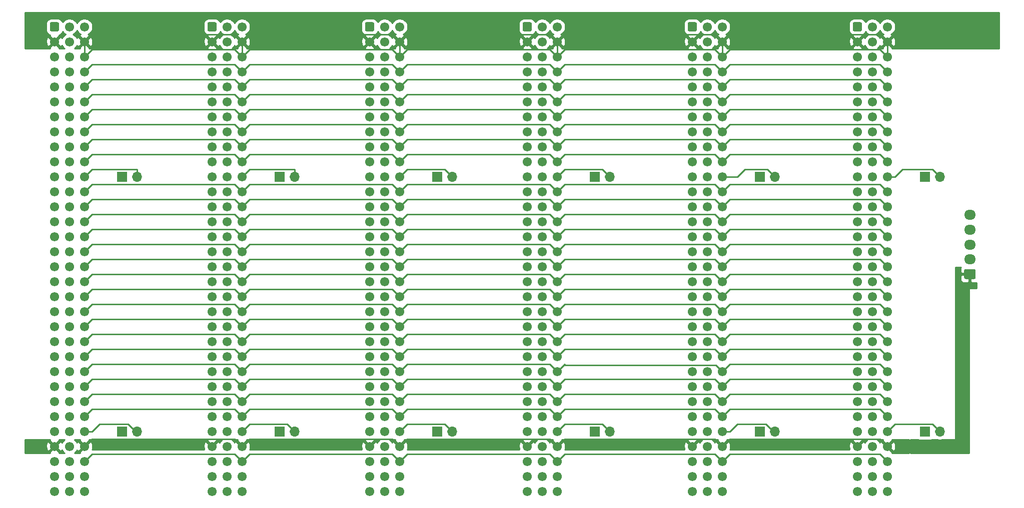
<source format=gbr>
%TF.GenerationSoftware,KiCad,Pcbnew,(5.1.10)-1*%
%TF.CreationDate,2022-01-27T07:08:06+01:00*%
%TF.ProjectId,Backplane,4261636b-706c-4616-9e65-2e6b69636164,rev?*%
%TF.SameCoordinates,Original*%
%TF.FileFunction,Copper,L1,Top*%
%TF.FilePolarity,Positive*%
%FSLAX46Y46*%
G04 Gerber Fmt 4.6, Leading zero omitted, Abs format (unit mm)*
G04 Created by KiCad (PCBNEW (5.1.10)-1) date 2022-01-27 07:08:06*
%MOMM*%
%LPD*%
G01*
G04 APERTURE LIST*
%TA.AperFunction,ComponentPad*%
%ADD10O,1.950000X1.700000*%
%TD*%
%TA.AperFunction,ComponentPad*%
%ADD11C,1.550000*%
%TD*%
%TA.AperFunction,ComponentPad*%
%ADD12O,1.700000X1.700000*%
%TD*%
%TA.AperFunction,ComponentPad*%
%ADD13R,1.700000X1.700000*%
%TD*%
%TA.AperFunction,Conductor*%
%ADD14C,0.250000*%
%TD*%
%TA.AperFunction,Conductor*%
%ADD15C,0.254000*%
%TD*%
%TA.AperFunction,Conductor*%
%ADD16C,0.100000*%
%TD*%
G04 APERTURE END LIST*
D10*
%TO.P,J13,5*%
%TO.N,GND*%
X226060000Y-97950000D03*
%TO.P,J13,4*%
X226060000Y-100450000D03*
%TO.P,J13,3*%
%TO.N,-5V*%
X226060000Y-102950000D03*
%TO.P,J13,2*%
%TO.N,+5P*%
X226060000Y-105450000D03*
%TO.P,J13,1*%
%TO.N,+12P*%
%TA.AperFunction,ComponentPad*%
G36*
G01*
X226785000Y-108800000D02*
X225335000Y-108800000D01*
G75*
G02*
X225085000Y-108550000I0J250000D01*
G01*
X225085000Y-107350000D01*
G75*
G02*
X225335000Y-107100000I250000J0D01*
G01*
X226785000Y-107100000D01*
G75*
G02*
X227035000Y-107350000I0J-250000D01*
G01*
X227035000Y-108550000D01*
G75*
G02*
X226785000Y-108800000I-250000J0D01*
G01*
G37*
%TD.AperFunction*%
%TD*%
D11*
%TO.P,J17,C32*%
%TO.N,Net-(J17-PadC32)*%
X184150000Y-144780000D03*
%TO.P,J17,C31*%
%TO.N,Net-(J17-PadC31)*%
X184150000Y-142240000D03*
%TO.P,J17,C30*%
%TO.N,+5P*%
X184150000Y-139700000D03*
%TO.P,J17,C29*%
%TO.N,+12P*%
X184150000Y-137160000D03*
%TO.P,J17,C28*%
%TO.N,Net-(J17-PadC28)*%
X184150000Y-134620000D03*
%TO.P,J17,C27*%
%TO.N,Net-(J1-PadC27)*%
X184150000Y-132080000D03*
%TO.P,J17,C26*%
%TO.N,Net-(J1-PadC26)*%
X184150000Y-129540000D03*
%TO.P,J17,C25*%
%TO.N,Net-(J1-PadC25)*%
X184150000Y-127000000D03*
%TO.P,J17,C24*%
%TO.N,Net-(J1-PadC24)*%
X184150000Y-124460000D03*
%TO.P,J17,C23*%
%TO.N,Net-(J1-PadC23)*%
X184150000Y-121920000D03*
%TO.P,J17,C22*%
%TO.N,Net-(J1-PadC22)*%
X184150000Y-119380000D03*
%TO.P,J17,C21*%
%TO.N,Net-(J1-PadC21)*%
X184150000Y-116840000D03*
%TO.P,J17,C20*%
%TO.N,Net-(J1-PadC20)*%
X184150000Y-114300000D03*
%TO.P,J17,C19*%
%TO.N,Net-(J1-PadC19)*%
X184150000Y-111760000D03*
%TO.P,J17,C18*%
%TO.N,Net-(J1-PadC18)*%
X184150000Y-109220000D03*
%TO.P,J17,C17*%
%TO.N,Net-(J1-PadC17)*%
X184150000Y-106680000D03*
%TO.P,J17,C16*%
%TO.N,-5V*%
X184150000Y-104140000D03*
%TO.P,J17,C15*%
%TO.N,Net-(J1-PadC15)*%
X184150000Y-101600000D03*
%TO.P,J17,C14*%
%TO.N,Net-(J1-PadC14)*%
X184150000Y-99060000D03*
%TO.P,J17,C13*%
%TO.N,Net-(J1-PadC13)*%
X184150000Y-96520000D03*
%TO.P,J17,C12*%
%TO.N,Net-(J1-PadC12)*%
X184150000Y-93980000D03*
%TO.P,J17,C11*%
%TO.N,Net-(J17-PadC11)*%
X184150000Y-91440000D03*
%TO.P,J17,C10*%
%TO.N,Net-(J1-PadC10)*%
X184150000Y-88900000D03*
%TO.P,J17,C9*%
%TO.N,Net-(J1-PadC9)*%
X184150000Y-86360000D03*
%TO.P,J17,C8*%
%TO.N,Net-(J1-PadC8)*%
X184150000Y-83820000D03*
%TO.P,J17,C7*%
%TO.N,Net-(J1-PadC7)*%
X184150000Y-81280000D03*
%TO.P,J17,C6*%
%TO.N,Net-(J1-PadC6)*%
X184150000Y-78740000D03*
%TO.P,J17,C5*%
%TO.N,Net-(J1-PadC5)*%
X184150000Y-76200000D03*
%TO.P,J17,C4*%
%TO.N,Net-(J1-PadC4)*%
X184150000Y-73660000D03*
%TO.P,J17,C3*%
%TO.N,GND*%
X184150000Y-71120000D03*
%TO.P,J17,C2*%
X184150000Y-68580000D03*
%TO.P,J17,C1*%
%TO.N,Net-(J17-PadC1)*%
X184150000Y-66040000D03*
%TO.P,J17,b32*%
%TO.N,N/C*%
X181610000Y-144780000D03*
%TO.P,J17,b31*%
X181610000Y-142240000D03*
%TO.P,J17,b30*%
X181610000Y-139700000D03*
%TO.P,J17,b29*%
X181610000Y-137160000D03*
%TO.P,J17,b28*%
X181610000Y-134620000D03*
%TO.P,J17,b27*%
X181610000Y-132080000D03*
%TO.P,J17,b26*%
X181610000Y-129540000D03*
%TO.P,J17,b25*%
X181610000Y-127000000D03*
%TO.P,J17,b24*%
X181610000Y-124460000D03*
%TO.P,J17,b23*%
X181610000Y-121920000D03*
%TO.P,J17,b22*%
X181610000Y-119380000D03*
%TO.P,J17,b21*%
X181610000Y-116840000D03*
%TO.P,J17,b20*%
X181610000Y-114300000D03*
%TO.P,J17,b19*%
X181610000Y-111760000D03*
%TO.P,J17,b18*%
X181610000Y-109220000D03*
%TO.P,J17,b17*%
X181610000Y-106680000D03*
%TO.P,J17,b16*%
X181610000Y-104140000D03*
%TO.P,J17,b15*%
X181610000Y-101600000D03*
%TO.P,J17,b14*%
X181610000Y-99060000D03*
%TO.P,J17,b13*%
X181610000Y-96520000D03*
%TO.P,J17,b12*%
X181610000Y-93980000D03*
%TO.P,J17,b11*%
X181610000Y-91440000D03*
%TO.P,J17,b10*%
X181610000Y-88900000D03*
%TO.P,J17,b9*%
X181610000Y-86360000D03*
%TO.P,J17,b8*%
X181610000Y-83820000D03*
%TO.P,J17,b7*%
X181610000Y-81280000D03*
%TO.P,J17,b6*%
X181610000Y-78740000D03*
%TO.P,J17,b5*%
X181610000Y-76200000D03*
%TO.P,J17,b4*%
X181610000Y-73660000D03*
%TO.P,J17,b3*%
X181610000Y-71120000D03*
%TO.P,J17,b2*%
X181610000Y-68580000D03*
%TO.P,J17,b1*%
X181610000Y-66040000D03*
%TO.P,J17,A32*%
%TO.N,Net-(J17-PadA32)*%
X179070000Y-144780000D03*
%TO.P,J17,A31*%
%TO.N,Net-(J17-PadA31)*%
X179070000Y-142240000D03*
%TO.P,J17,A30*%
%TO.N,+5P*%
X179070000Y-139700000D03*
%TO.P,J17,A29*%
%TO.N,+12P*%
X179070000Y-137160000D03*
%TO.P,J17,A28*%
%TO.N,Net-(J17-PadA28)*%
X179070000Y-134620000D03*
%TO.P,J17,A27*%
%TO.N,Net-(J1-PadA27)*%
X179070000Y-132080000D03*
%TO.P,J17,A26*%
%TO.N,Net-(J1-PadA26)*%
X179070000Y-129540000D03*
%TO.P,J17,A25*%
%TO.N,Net-(J1-PadA25)*%
X179070000Y-127000000D03*
%TO.P,J17,A24*%
%TO.N,Net-(J1-PadA24)*%
X179070000Y-124460000D03*
%TO.P,J17,A23*%
%TO.N,Net-(J1-PadA23)*%
X179070000Y-121920000D03*
%TO.P,J17,A22*%
%TO.N,Net-(J1-PadA22)*%
X179070000Y-119380000D03*
%TO.P,J17,A21*%
%TO.N,Net-(J1-PadA21)*%
X179070000Y-116840000D03*
%TO.P,J17,A20*%
%TO.N,Net-(J1-PadA20)*%
X179070000Y-114300000D03*
%TO.P,J17,A19*%
%TO.N,Net-(J1-PadA19)*%
X179070000Y-111760000D03*
%TO.P,J17,A18*%
%TO.N,Net-(J1-PadA18)*%
X179070000Y-109220000D03*
%TO.P,J17,A17*%
%TO.N,Net-(J1-PadA17)*%
X179070000Y-106680000D03*
%TO.P,J17,A16*%
%TO.N,-5V*%
X179070000Y-104140000D03*
%TO.P,J17,A15*%
%TO.N,Net-(J1-PadA15)*%
X179070000Y-101600000D03*
%TO.P,J17,A14*%
%TO.N,Net-(J1-PadA14)*%
X179070000Y-99060000D03*
%TO.P,J17,A13*%
%TO.N,Net-(J1-PadA13)*%
X179070000Y-96520000D03*
%TO.P,J17,A12*%
%TO.N,Net-(J1-PadA12)*%
X179070000Y-93980000D03*
%TO.P,J17,A11*%
%TO.N,Net-(J17-PadA11)*%
X179070000Y-91440000D03*
%TO.P,J17,A10*%
%TO.N,Net-(J1-PadA10)*%
X179070000Y-88900000D03*
%TO.P,J17,A9*%
%TO.N,Net-(J1-PadA9)*%
X179070000Y-86360000D03*
%TO.P,J17,A8*%
%TO.N,Net-(J1-PadA8)*%
X179070000Y-83820000D03*
%TO.P,J17,A7*%
%TO.N,Net-(J1-PadA7)*%
X179070000Y-81280000D03*
%TO.P,J17,A6*%
%TO.N,Net-(J1-PadA6)*%
X179070000Y-78740000D03*
%TO.P,J17,A5*%
%TO.N,Net-(J1-PadA5)*%
X179070000Y-76200000D03*
%TO.P,J17,A4*%
%TO.N,Net-(J1-PadA4)*%
X179070000Y-73660000D03*
%TO.P,J17,A3*%
%TO.N,GND*%
X179070000Y-71120000D03*
%TO.P,J17,A2*%
X179070000Y-68580000D03*
%TO.P,J17,A1*%
%TO.N,Net-(J17-PadA1)*%
%TA.AperFunction,ComponentPad*%
G36*
G01*
X178295000Y-66565450D02*
X178295000Y-65514550D01*
G75*
G02*
X178544550Y-65265000I249550J0D01*
G01*
X179595450Y-65265000D01*
G75*
G02*
X179845000Y-65514550I0J-249550D01*
G01*
X179845000Y-66565450D01*
G75*
G02*
X179595450Y-66815000I-249550J0D01*
G01*
X178544550Y-66815000D01*
G75*
G02*
X178295000Y-66565450I0J249550D01*
G01*
G37*
%TD.AperFunction*%
%TD*%
%TO.P,J14,C32*%
%TO.N,Net-(J14-PadC32)*%
X129540000Y-144780000D03*
%TO.P,J14,C31*%
%TO.N,Net-(J14-PadC31)*%
X129540000Y-142240000D03*
%TO.P,J14,C30*%
%TO.N,+5P*%
X129540000Y-139700000D03*
%TO.P,J14,C29*%
%TO.N,+12P*%
X129540000Y-137160000D03*
%TO.P,J14,C28*%
%TO.N,Net-(J14-PadC28)*%
X129540000Y-134620000D03*
%TO.P,J14,C27*%
%TO.N,Net-(J1-PadC27)*%
X129540000Y-132080000D03*
%TO.P,J14,C26*%
%TO.N,Net-(J1-PadC26)*%
X129540000Y-129540000D03*
%TO.P,J14,C25*%
%TO.N,Net-(J1-PadC25)*%
X129540000Y-127000000D03*
%TO.P,J14,C24*%
%TO.N,Net-(J1-PadC24)*%
X129540000Y-124460000D03*
%TO.P,J14,C23*%
%TO.N,Net-(J1-PadC23)*%
X129540000Y-121920000D03*
%TO.P,J14,C22*%
%TO.N,Net-(J1-PadC22)*%
X129540000Y-119380000D03*
%TO.P,J14,C21*%
%TO.N,Net-(J1-PadC21)*%
X129540000Y-116840000D03*
%TO.P,J14,C20*%
%TO.N,Net-(J1-PadC20)*%
X129540000Y-114300000D03*
%TO.P,J14,C19*%
%TO.N,Net-(J1-PadC19)*%
X129540000Y-111760000D03*
%TO.P,J14,C18*%
%TO.N,Net-(J1-PadC18)*%
X129540000Y-109220000D03*
%TO.P,J14,C17*%
%TO.N,Net-(J1-PadC17)*%
X129540000Y-106680000D03*
%TO.P,J14,C16*%
%TO.N,-5V*%
X129540000Y-104140000D03*
%TO.P,J14,C15*%
%TO.N,Net-(J1-PadC15)*%
X129540000Y-101600000D03*
%TO.P,J14,C14*%
%TO.N,Net-(J1-PadC14)*%
X129540000Y-99060000D03*
%TO.P,J14,C13*%
%TO.N,Net-(J1-PadC13)*%
X129540000Y-96520000D03*
%TO.P,J14,C12*%
%TO.N,Net-(J1-PadC12)*%
X129540000Y-93980000D03*
%TO.P,J14,C11*%
%TO.N,Net-(J14-PadC11)*%
X129540000Y-91440000D03*
%TO.P,J14,C10*%
%TO.N,Net-(J1-PadC10)*%
X129540000Y-88900000D03*
%TO.P,J14,C9*%
%TO.N,Net-(J1-PadC9)*%
X129540000Y-86360000D03*
%TO.P,J14,C8*%
%TO.N,Net-(J1-PadC8)*%
X129540000Y-83820000D03*
%TO.P,J14,C7*%
%TO.N,Net-(J1-PadC7)*%
X129540000Y-81280000D03*
%TO.P,J14,C6*%
%TO.N,Net-(J1-PadC6)*%
X129540000Y-78740000D03*
%TO.P,J14,C5*%
%TO.N,Net-(J1-PadC5)*%
X129540000Y-76200000D03*
%TO.P,J14,C4*%
%TO.N,Net-(J1-PadC4)*%
X129540000Y-73660000D03*
%TO.P,J14,C3*%
%TO.N,GND*%
X129540000Y-71120000D03*
%TO.P,J14,C2*%
X129540000Y-68580000D03*
%TO.P,J14,C1*%
%TO.N,Net-(J14-PadC1)*%
X129540000Y-66040000D03*
%TO.P,J14,b32*%
%TO.N,N/C*%
X127000000Y-144780000D03*
%TO.P,J14,b31*%
X127000000Y-142240000D03*
%TO.P,J14,b30*%
X127000000Y-139700000D03*
%TO.P,J14,b29*%
X127000000Y-137160000D03*
%TO.P,J14,b28*%
X127000000Y-134620000D03*
%TO.P,J14,b27*%
X127000000Y-132080000D03*
%TO.P,J14,b26*%
X127000000Y-129540000D03*
%TO.P,J14,b25*%
X127000000Y-127000000D03*
%TO.P,J14,b24*%
X127000000Y-124460000D03*
%TO.P,J14,b23*%
X127000000Y-121920000D03*
%TO.P,J14,b22*%
X127000000Y-119380000D03*
%TO.P,J14,b21*%
X127000000Y-116840000D03*
%TO.P,J14,b20*%
X127000000Y-114300000D03*
%TO.P,J14,b19*%
X127000000Y-111760000D03*
%TO.P,J14,b18*%
X127000000Y-109220000D03*
%TO.P,J14,b17*%
X127000000Y-106680000D03*
%TO.P,J14,b16*%
X127000000Y-104140000D03*
%TO.P,J14,b15*%
X127000000Y-101600000D03*
%TO.P,J14,b14*%
X127000000Y-99060000D03*
%TO.P,J14,b13*%
X127000000Y-96520000D03*
%TO.P,J14,b12*%
X127000000Y-93980000D03*
%TO.P,J14,b11*%
X127000000Y-91440000D03*
%TO.P,J14,b10*%
X127000000Y-88900000D03*
%TO.P,J14,b9*%
X127000000Y-86360000D03*
%TO.P,J14,b8*%
X127000000Y-83820000D03*
%TO.P,J14,b7*%
X127000000Y-81280000D03*
%TO.P,J14,b6*%
X127000000Y-78740000D03*
%TO.P,J14,b5*%
X127000000Y-76200000D03*
%TO.P,J14,b4*%
X127000000Y-73660000D03*
%TO.P,J14,b3*%
X127000000Y-71120000D03*
%TO.P,J14,b2*%
X127000000Y-68580000D03*
%TO.P,J14,b1*%
X127000000Y-66040000D03*
%TO.P,J14,A32*%
%TO.N,Net-(J14-PadA32)*%
X124460000Y-144780000D03*
%TO.P,J14,A31*%
%TO.N,Net-(J14-PadA31)*%
X124460000Y-142240000D03*
%TO.P,J14,A30*%
%TO.N,+5P*%
X124460000Y-139700000D03*
%TO.P,J14,A29*%
%TO.N,+12P*%
X124460000Y-137160000D03*
%TO.P,J14,A28*%
%TO.N,Net-(J14-PadA28)*%
X124460000Y-134620000D03*
%TO.P,J14,A27*%
%TO.N,Net-(J1-PadA27)*%
X124460000Y-132080000D03*
%TO.P,J14,A26*%
%TO.N,Net-(J1-PadA26)*%
X124460000Y-129540000D03*
%TO.P,J14,A25*%
%TO.N,Net-(J1-PadA25)*%
X124460000Y-127000000D03*
%TO.P,J14,A24*%
%TO.N,Net-(J1-PadA24)*%
X124460000Y-124460000D03*
%TO.P,J14,A23*%
%TO.N,Net-(J1-PadA23)*%
X124460000Y-121920000D03*
%TO.P,J14,A22*%
%TO.N,Net-(J1-PadA22)*%
X124460000Y-119380000D03*
%TO.P,J14,A21*%
%TO.N,Net-(J1-PadA21)*%
X124460000Y-116840000D03*
%TO.P,J14,A20*%
%TO.N,Net-(J1-PadA20)*%
X124460000Y-114300000D03*
%TO.P,J14,A19*%
%TO.N,Net-(J1-PadA19)*%
X124460000Y-111760000D03*
%TO.P,J14,A18*%
%TO.N,Net-(J1-PadA18)*%
X124460000Y-109220000D03*
%TO.P,J14,A17*%
%TO.N,Net-(J1-PadA17)*%
X124460000Y-106680000D03*
%TO.P,J14,A16*%
%TO.N,-5V*%
X124460000Y-104140000D03*
%TO.P,J14,A15*%
%TO.N,Net-(J1-PadA15)*%
X124460000Y-101600000D03*
%TO.P,J14,A14*%
%TO.N,Net-(J1-PadA14)*%
X124460000Y-99060000D03*
%TO.P,J14,A13*%
%TO.N,Net-(J1-PadA13)*%
X124460000Y-96520000D03*
%TO.P,J14,A12*%
%TO.N,Net-(J1-PadA12)*%
X124460000Y-93980000D03*
%TO.P,J14,A11*%
%TO.N,Net-(J14-PadA11)*%
X124460000Y-91440000D03*
%TO.P,J14,A10*%
%TO.N,Net-(J1-PadA10)*%
X124460000Y-88900000D03*
%TO.P,J14,A9*%
%TO.N,Net-(J1-PadA9)*%
X124460000Y-86360000D03*
%TO.P,J14,A8*%
%TO.N,Net-(J1-PadA8)*%
X124460000Y-83820000D03*
%TO.P,J14,A7*%
%TO.N,Net-(J1-PadA7)*%
X124460000Y-81280000D03*
%TO.P,J14,A6*%
%TO.N,Net-(J1-PadA6)*%
X124460000Y-78740000D03*
%TO.P,J14,A5*%
%TO.N,Net-(J1-PadA5)*%
X124460000Y-76200000D03*
%TO.P,J14,A4*%
%TO.N,Net-(J1-PadA4)*%
X124460000Y-73660000D03*
%TO.P,J14,A3*%
%TO.N,GND*%
X124460000Y-71120000D03*
%TO.P,J14,A2*%
X124460000Y-68580000D03*
%TO.P,J14,A1*%
%TO.N,Net-(J14-PadA1)*%
%TA.AperFunction,ComponentPad*%
G36*
G01*
X123685000Y-66565450D02*
X123685000Y-65514550D01*
G75*
G02*
X123934550Y-65265000I249550J0D01*
G01*
X124985450Y-65265000D01*
G75*
G02*
X125235000Y-65514550I0J-249550D01*
G01*
X125235000Y-66565450D01*
G75*
G02*
X124985450Y-66815000I-249550J0D01*
G01*
X123934550Y-66815000D01*
G75*
G02*
X123685000Y-66565450I0J249550D01*
G01*
G37*
%TD.AperFunction*%
%TD*%
%TO.P,J10,C32*%
%TO.N,Net-(J10-PadC32)*%
X212090000Y-144780000D03*
%TO.P,J10,C31*%
%TO.N,Net-(J10-PadC31)*%
X212090000Y-142240000D03*
%TO.P,J10,C30*%
%TO.N,+5P*%
X212090000Y-139700000D03*
%TO.P,J10,C29*%
%TO.N,+12P*%
X212090000Y-137160000D03*
%TO.P,J10,C28*%
%TO.N,Net-(J10-PadC28)*%
X212090000Y-134620000D03*
%TO.P,J10,C27*%
%TO.N,Net-(J1-PadC27)*%
X212090000Y-132080000D03*
%TO.P,J10,C26*%
%TO.N,Net-(J1-PadC26)*%
X212090000Y-129540000D03*
%TO.P,J10,C25*%
%TO.N,Net-(J1-PadC25)*%
X212090000Y-127000000D03*
%TO.P,J10,C24*%
%TO.N,Net-(J1-PadC24)*%
X212090000Y-124460000D03*
%TO.P,J10,C23*%
%TO.N,Net-(J1-PadC23)*%
X212090000Y-121920000D03*
%TO.P,J10,C22*%
%TO.N,Net-(J1-PadC22)*%
X212090000Y-119380000D03*
%TO.P,J10,C21*%
%TO.N,Net-(J1-PadC21)*%
X212090000Y-116840000D03*
%TO.P,J10,C20*%
%TO.N,Net-(J1-PadC20)*%
X212090000Y-114300000D03*
%TO.P,J10,C19*%
%TO.N,Net-(J1-PadC19)*%
X212090000Y-111760000D03*
%TO.P,J10,C18*%
%TO.N,Net-(J1-PadC18)*%
X212090000Y-109220000D03*
%TO.P,J10,C17*%
%TO.N,Net-(J1-PadC17)*%
X212090000Y-106680000D03*
%TO.P,J10,C16*%
%TO.N,-5V*%
X212090000Y-104140000D03*
%TO.P,J10,C15*%
%TO.N,Net-(J1-PadC15)*%
X212090000Y-101600000D03*
%TO.P,J10,C14*%
%TO.N,Net-(J1-PadC14)*%
X212090000Y-99060000D03*
%TO.P,J10,C13*%
%TO.N,Net-(J1-PadC13)*%
X212090000Y-96520000D03*
%TO.P,J10,C12*%
%TO.N,Net-(J1-PadC12)*%
X212090000Y-93980000D03*
%TO.P,J10,C11*%
%TO.N,Net-(J10-PadC11)*%
X212090000Y-91440000D03*
%TO.P,J10,C10*%
%TO.N,Net-(J1-PadC10)*%
X212090000Y-88900000D03*
%TO.P,J10,C9*%
%TO.N,Net-(J1-PadC9)*%
X212090000Y-86360000D03*
%TO.P,J10,C8*%
%TO.N,Net-(J1-PadC8)*%
X212090000Y-83820000D03*
%TO.P,J10,C7*%
%TO.N,Net-(J1-PadC7)*%
X212090000Y-81280000D03*
%TO.P,J10,C6*%
%TO.N,Net-(J1-PadC6)*%
X212090000Y-78740000D03*
%TO.P,J10,C5*%
%TO.N,Net-(J1-PadC5)*%
X212090000Y-76200000D03*
%TO.P,J10,C4*%
%TO.N,Net-(J1-PadC4)*%
X212090000Y-73660000D03*
%TO.P,J10,C3*%
%TO.N,GND*%
X212090000Y-71120000D03*
%TO.P,J10,C2*%
X212090000Y-68580000D03*
%TO.P,J10,C1*%
%TO.N,Net-(J10-PadC1)*%
X212090000Y-66040000D03*
%TO.P,J10,b32*%
%TO.N,N/C*%
X209550000Y-144780000D03*
%TO.P,J10,b31*%
X209550000Y-142240000D03*
%TO.P,J10,b30*%
X209550000Y-139700000D03*
%TO.P,J10,b29*%
X209550000Y-137160000D03*
%TO.P,J10,b28*%
X209550000Y-134620000D03*
%TO.P,J10,b27*%
X209550000Y-132080000D03*
%TO.P,J10,b26*%
X209550000Y-129540000D03*
%TO.P,J10,b25*%
X209550000Y-127000000D03*
%TO.P,J10,b24*%
X209550000Y-124460000D03*
%TO.P,J10,b23*%
X209550000Y-121920000D03*
%TO.P,J10,b22*%
X209550000Y-119380000D03*
%TO.P,J10,b21*%
X209550000Y-116840000D03*
%TO.P,J10,b20*%
X209550000Y-114300000D03*
%TO.P,J10,b19*%
X209550000Y-111760000D03*
%TO.P,J10,b18*%
X209550000Y-109220000D03*
%TO.P,J10,b17*%
X209550000Y-106680000D03*
%TO.P,J10,b16*%
X209550000Y-104140000D03*
%TO.P,J10,b15*%
X209550000Y-101600000D03*
%TO.P,J10,b14*%
X209550000Y-99060000D03*
%TO.P,J10,b13*%
X209550000Y-96520000D03*
%TO.P,J10,b12*%
X209550000Y-93980000D03*
%TO.P,J10,b11*%
X209550000Y-91440000D03*
%TO.P,J10,b10*%
X209550000Y-88900000D03*
%TO.P,J10,b9*%
X209550000Y-86360000D03*
%TO.P,J10,b8*%
X209550000Y-83820000D03*
%TO.P,J10,b7*%
X209550000Y-81280000D03*
%TO.P,J10,b6*%
X209550000Y-78740000D03*
%TO.P,J10,b5*%
X209550000Y-76200000D03*
%TO.P,J10,b4*%
X209550000Y-73660000D03*
%TO.P,J10,b3*%
X209550000Y-71120000D03*
%TO.P,J10,b2*%
X209550000Y-68580000D03*
%TO.P,J10,b1*%
X209550000Y-66040000D03*
%TO.P,J10,A32*%
%TO.N,Net-(J10-PadA32)*%
X207010000Y-144780000D03*
%TO.P,J10,A31*%
%TO.N,Net-(J10-PadA31)*%
X207010000Y-142240000D03*
%TO.P,J10,A30*%
%TO.N,+5P*%
X207010000Y-139700000D03*
%TO.P,J10,A29*%
%TO.N,+12P*%
X207010000Y-137160000D03*
%TO.P,J10,A28*%
%TO.N,Net-(J10-PadA28)*%
X207010000Y-134620000D03*
%TO.P,J10,A27*%
%TO.N,Net-(J1-PadA27)*%
X207010000Y-132080000D03*
%TO.P,J10,A26*%
%TO.N,Net-(J1-PadA26)*%
X207010000Y-129540000D03*
%TO.P,J10,A25*%
%TO.N,Net-(J1-PadA25)*%
X207010000Y-127000000D03*
%TO.P,J10,A24*%
%TO.N,Net-(J1-PadA24)*%
X207010000Y-124460000D03*
%TO.P,J10,A23*%
%TO.N,Net-(J1-PadA23)*%
X207010000Y-121920000D03*
%TO.P,J10,A22*%
%TO.N,Net-(J1-PadA22)*%
X207010000Y-119380000D03*
%TO.P,J10,A21*%
%TO.N,Net-(J1-PadA21)*%
X207010000Y-116840000D03*
%TO.P,J10,A20*%
%TO.N,Net-(J1-PadA20)*%
X207010000Y-114300000D03*
%TO.P,J10,A19*%
%TO.N,Net-(J1-PadA19)*%
X207010000Y-111760000D03*
%TO.P,J10,A18*%
%TO.N,Net-(J1-PadA18)*%
X207010000Y-109220000D03*
%TO.P,J10,A17*%
%TO.N,Net-(J1-PadA17)*%
X207010000Y-106680000D03*
%TO.P,J10,A16*%
%TO.N,-5V*%
X207010000Y-104140000D03*
%TO.P,J10,A15*%
%TO.N,Net-(J1-PadA15)*%
X207010000Y-101600000D03*
%TO.P,J10,A14*%
%TO.N,Net-(J1-PadA14)*%
X207010000Y-99060000D03*
%TO.P,J10,A13*%
%TO.N,Net-(J1-PadA13)*%
X207010000Y-96520000D03*
%TO.P,J10,A12*%
%TO.N,Net-(J1-PadA12)*%
X207010000Y-93980000D03*
%TO.P,J10,A11*%
%TO.N,Net-(J10-PadA11)*%
X207010000Y-91440000D03*
%TO.P,J10,A10*%
%TO.N,Net-(J1-PadA10)*%
X207010000Y-88900000D03*
%TO.P,J10,A9*%
%TO.N,Net-(J1-PadA9)*%
X207010000Y-86360000D03*
%TO.P,J10,A8*%
%TO.N,Net-(J1-PadA8)*%
X207010000Y-83820000D03*
%TO.P,J10,A7*%
%TO.N,Net-(J1-PadA7)*%
X207010000Y-81280000D03*
%TO.P,J10,A6*%
%TO.N,Net-(J1-PadA6)*%
X207010000Y-78740000D03*
%TO.P,J10,A5*%
%TO.N,Net-(J1-PadA5)*%
X207010000Y-76200000D03*
%TO.P,J10,A4*%
%TO.N,Net-(J1-PadA4)*%
X207010000Y-73660000D03*
%TO.P,J10,A3*%
%TO.N,GND*%
X207010000Y-71120000D03*
%TO.P,J10,A2*%
X207010000Y-68580000D03*
%TO.P,J10,A1*%
%TO.N,Net-(J10-PadA1)*%
%TA.AperFunction,ComponentPad*%
G36*
G01*
X206235000Y-66565450D02*
X206235000Y-65514550D01*
G75*
G02*
X206484550Y-65265000I249550J0D01*
G01*
X207535450Y-65265000D01*
G75*
G02*
X207785000Y-65514550I0J-249550D01*
G01*
X207785000Y-66565450D01*
G75*
G02*
X207535450Y-66815000I-249550J0D01*
G01*
X206484550Y-66815000D01*
G75*
G02*
X206235000Y-66565450I0J249550D01*
G01*
G37*
%TD.AperFunction*%
%TD*%
%TO.P,J7,C32*%
%TO.N,Net-(J7-PadC32)*%
X156210000Y-144780000D03*
%TO.P,J7,C31*%
%TO.N,Net-(J7-PadC31)*%
X156210000Y-142240000D03*
%TO.P,J7,C30*%
%TO.N,+5P*%
X156210000Y-139700000D03*
%TO.P,J7,C29*%
%TO.N,+12P*%
X156210000Y-137160000D03*
%TO.P,J7,C28*%
%TO.N,Net-(J7-PadC28)*%
X156210000Y-134620000D03*
%TO.P,J7,C27*%
%TO.N,Net-(J1-PadC27)*%
X156210000Y-132080000D03*
%TO.P,J7,C26*%
%TO.N,Net-(J1-PadC26)*%
X156210000Y-129540000D03*
%TO.P,J7,C25*%
%TO.N,Net-(J1-PadC25)*%
X156210000Y-127000000D03*
%TO.P,J7,C24*%
%TO.N,Net-(J1-PadC24)*%
X156210000Y-124460000D03*
%TO.P,J7,C23*%
%TO.N,Net-(J1-PadC23)*%
X156210000Y-121920000D03*
%TO.P,J7,C22*%
%TO.N,Net-(J1-PadC22)*%
X156210000Y-119380000D03*
%TO.P,J7,C21*%
%TO.N,Net-(J1-PadC21)*%
X156210000Y-116840000D03*
%TO.P,J7,C20*%
%TO.N,Net-(J1-PadC20)*%
X156210000Y-114300000D03*
%TO.P,J7,C19*%
%TO.N,Net-(J1-PadC19)*%
X156210000Y-111760000D03*
%TO.P,J7,C18*%
%TO.N,Net-(J1-PadC18)*%
X156210000Y-109220000D03*
%TO.P,J7,C17*%
%TO.N,Net-(J1-PadC17)*%
X156210000Y-106680000D03*
%TO.P,J7,C16*%
%TO.N,-5V*%
X156210000Y-104140000D03*
%TO.P,J7,C15*%
%TO.N,Net-(J1-PadC15)*%
X156210000Y-101600000D03*
%TO.P,J7,C14*%
%TO.N,Net-(J1-PadC14)*%
X156210000Y-99060000D03*
%TO.P,J7,C13*%
%TO.N,Net-(J1-PadC13)*%
X156210000Y-96520000D03*
%TO.P,J7,C12*%
%TO.N,Net-(J1-PadC12)*%
X156210000Y-93980000D03*
%TO.P,J7,C11*%
%TO.N,Net-(J7-PadC11)*%
X156210000Y-91440000D03*
%TO.P,J7,C10*%
%TO.N,Net-(J1-PadC10)*%
X156210000Y-88900000D03*
%TO.P,J7,C9*%
%TO.N,Net-(J1-PadC9)*%
X156210000Y-86360000D03*
%TO.P,J7,C8*%
%TO.N,Net-(J1-PadC8)*%
X156210000Y-83820000D03*
%TO.P,J7,C7*%
%TO.N,Net-(J1-PadC7)*%
X156210000Y-81280000D03*
%TO.P,J7,C6*%
%TO.N,Net-(J1-PadC6)*%
X156210000Y-78740000D03*
%TO.P,J7,C5*%
%TO.N,Net-(J1-PadC5)*%
X156210000Y-76200000D03*
%TO.P,J7,C4*%
%TO.N,Net-(J1-PadC4)*%
X156210000Y-73660000D03*
%TO.P,J7,C3*%
%TO.N,GND*%
X156210000Y-71120000D03*
%TO.P,J7,C2*%
X156210000Y-68580000D03*
%TO.P,J7,C1*%
%TO.N,Net-(J7-PadC1)*%
X156210000Y-66040000D03*
%TO.P,J7,b32*%
%TO.N,N/C*%
X153670000Y-144780000D03*
%TO.P,J7,b31*%
X153670000Y-142240000D03*
%TO.P,J7,b30*%
X153670000Y-139700000D03*
%TO.P,J7,b29*%
X153670000Y-137160000D03*
%TO.P,J7,b28*%
X153670000Y-134620000D03*
%TO.P,J7,b27*%
X153670000Y-132080000D03*
%TO.P,J7,b26*%
X153670000Y-129540000D03*
%TO.P,J7,b25*%
X153670000Y-127000000D03*
%TO.P,J7,b24*%
X153670000Y-124460000D03*
%TO.P,J7,b23*%
X153670000Y-121920000D03*
%TO.P,J7,b22*%
X153670000Y-119380000D03*
%TO.P,J7,b21*%
X153670000Y-116840000D03*
%TO.P,J7,b20*%
X153670000Y-114300000D03*
%TO.P,J7,b19*%
X153670000Y-111760000D03*
%TO.P,J7,b18*%
X153670000Y-109220000D03*
%TO.P,J7,b17*%
X153670000Y-106680000D03*
%TO.P,J7,b16*%
X153670000Y-104140000D03*
%TO.P,J7,b15*%
X153670000Y-101600000D03*
%TO.P,J7,b14*%
X153670000Y-99060000D03*
%TO.P,J7,b13*%
X153670000Y-96520000D03*
%TO.P,J7,b12*%
X153670000Y-93980000D03*
%TO.P,J7,b11*%
X153670000Y-91440000D03*
%TO.P,J7,b10*%
X153670000Y-88900000D03*
%TO.P,J7,b9*%
X153670000Y-86360000D03*
%TO.P,J7,b8*%
X153670000Y-83820000D03*
%TO.P,J7,b7*%
X153670000Y-81280000D03*
%TO.P,J7,b6*%
X153670000Y-78740000D03*
%TO.P,J7,b5*%
X153670000Y-76200000D03*
%TO.P,J7,b4*%
X153670000Y-73660000D03*
%TO.P,J7,b3*%
X153670000Y-71120000D03*
%TO.P,J7,b2*%
X153670000Y-68580000D03*
%TO.P,J7,b1*%
X153670000Y-66040000D03*
%TO.P,J7,A32*%
%TO.N,Net-(J7-PadA32)*%
X151130000Y-144780000D03*
%TO.P,J7,A31*%
%TO.N,Net-(J7-PadA31)*%
X151130000Y-142240000D03*
%TO.P,J7,A30*%
%TO.N,+5P*%
X151130000Y-139700000D03*
%TO.P,J7,A29*%
%TO.N,+12P*%
X151130000Y-137160000D03*
%TO.P,J7,A28*%
%TO.N,Net-(J7-PadA28)*%
X151130000Y-134620000D03*
%TO.P,J7,A27*%
%TO.N,Net-(J1-PadA27)*%
X151130000Y-132080000D03*
%TO.P,J7,A26*%
%TO.N,Net-(J1-PadA26)*%
X151130000Y-129540000D03*
%TO.P,J7,A25*%
%TO.N,Net-(J1-PadA25)*%
X151130000Y-127000000D03*
%TO.P,J7,A24*%
%TO.N,Net-(J1-PadA24)*%
X151130000Y-124460000D03*
%TO.P,J7,A23*%
%TO.N,Net-(J1-PadA23)*%
X151130000Y-121920000D03*
%TO.P,J7,A22*%
%TO.N,Net-(J1-PadA22)*%
X151130000Y-119380000D03*
%TO.P,J7,A21*%
%TO.N,Net-(J1-PadA21)*%
X151130000Y-116840000D03*
%TO.P,J7,A20*%
%TO.N,Net-(J1-PadA20)*%
X151130000Y-114300000D03*
%TO.P,J7,A19*%
%TO.N,Net-(J1-PadA19)*%
X151130000Y-111760000D03*
%TO.P,J7,A18*%
%TO.N,Net-(J1-PadA18)*%
X151130000Y-109220000D03*
%TO.P,J7,A17*%
%TO.N,Net-(J1-PadA17)*%
X151130000Y-106680000D03*
%TO.P,J7,A16*%
%TO.N,-5V*%
X151130000Y-104140000D03*
%TO.P,J7,A15*%
%TO.N,Net-(J1-PadA15)*%
X151130000Y-101600000D03*
%TO.P,J7,A14*%
%TO.N,Net-(J1-PadA14)*%
X151130000Y-99060000D03*
%TO.P,J7,A13*%
%TO.N,Net-(J1-PadA13)*%
X151130000Y-96520000D03*
%TO.P,J7,A12*%
%TO.N,Net-(J1-PadA12)*%
X151130000Y-93980000D03*
%TO.P,J7,A11*%
%TO.N,Net-(J7-PadA11)*%
X151130000Y-91440000D03*
%TO.P,J7,A10*%
%TO.N,Net-(J1-PadA10)*%
X151130000Y-88900000D03*
%TO.P,J7,A9*%
%TO.N,Net-(J1-PadA9)*%
X151130000Y-86360000D03*
%TO.P,J7,A8*%
%TO.N,Net-(J1-PadA8)*%
X151130000Y-83820000D03*
%TO.P,J7,A7*%
%TO.N,Net-(J1-PadA7)*%
X151130000Y-81280000D03*
%TO.P,J7,A6*%
%TO.N,Net-(J1-PadA6)*%
X151130000Y-78740000D03*
%TO.P,J7,A5*%
%TO.N,Net-(J1-PadA5)*%
X151130000Y-76200000D03*
%TO.P,J7,A4*%
%TO.N,Net-(J1-PadA4)*%
X151130000Y-73660000D03*
%TO.P,J7,A3*%
%TO.N,GND*%
X151130000Y-71120000D03*
%TO.P,J7,A2*%
X151130000Y-68580000D03*
%TO.P,J7,A1*%
%TO.N,Net-(J7-PadA1)*%
%TA.AperFunction,ComponentPad*%
G36*
G01*
X150355000Y-66565450D02*
X150355000Y-65514550D01*
G75*
G02*
X150604550Y-65265000I249550J0D01*
G01*
X151655450Y-65265000D01*
G75*
G02*
X151905000Y-65514550I0J-249550D01*
G01*
X151905000Y-66565450D01*
G75*
G02*
X151655450Y-66815000I-249550J0D01*
G01*
X150604550Y-66815000D01*
G75*
G02*
X150355000Y-66565450I0J249550D01*
G01*
G37*
%TD.AperFunction*%
%TD*%
%TO.P,J4,C32*%
%TO.N,Net-(J4-PadC32)*%
X102870000Y-144780000D03*
%TO.P,J4,C31*%
%TO.N,Net-(J4-PadC31)*%
X102870000Y-142240000D03*
%TO.P,J4,C30*%
%TO.N,+5P*%
X102870000Y-139700000D03*
%TO.P,J4,C29*%
%TO.N,+12P*%
X102870000Y-137160000D03*
%TO.P,J4,C28*%
%TO.N,Net-(J4-PadC28)*%
X102870000Y-134620000D03*
%TO.P,J4,C27*%
%TO.N,Net-(J1-PadC27)*%
X102870000Y-132080000D03*
%TO.P,J4,C26*%
%TO.N,Net-(J1-PadC26)*%
X102870000Y-129540000D03*
%TO.P,J4,C25*%
%TO.N,Net-(J1-PadC25)*%
X102870000Y-127000000D03*
%TO.P,J4,C24*%
%TO.N,Net-(J1-PadC24)*%
X102870000Y-124460000D03*
%TO.P,J4,C23*%
%TO.N,Net-(J1-PadC23)*%
X102870000Y-121920000D03*
%TO.P,J4,C22*%
%TO.N,Net-(J1-PadC22)*%
X102870000Y-119380000D03*
%TO.P,J4,C21*%
%TO.N,Net-(J1-PadC21)*%
X102870000Y-116840000D03*
%TO.P,J4,C20*%
%TO.N,Net-(J1-PadC20)*%
X102870000Y-114300000D03*
%TO.P,J4,C19*%
%TO.N,Net-(J1-PadC19)*%
X102870000Y-111760000D03*
%TO.P,J4,C18*%
%TO.N,Net-(J1-PadC18)*%
X102870000Y-109220000D03*
%TO.P,J4,C17*%
%TO.N,Net-(J1-PadC17)*%
X102870000Y-106680000D03*
%TO.P,J4,C16*%
%TO.N,-5V*%
X102870000Y-104140000D03*
%TO.P,J4,C15*%
%TO.N,Net-(J1-PadC15)*%
X102870000Y-101600000D03*
%TO.P,J4,C14*%
%TO.N,Net-(J1-PadC14)*%
X102870000Y-99060000D03*
%TO.P,J4,C13*%
%TO.N,Net-(J1-PadC13)*%
X102870000Y-96520000D03*
%TO.P,J4,C12*%
%TO.N,Net-(J1-PadC12)*%
X102870000Y-93980000D03*
%TO.P,J4,C11*%
%TO.N,Net-(J4-PadC11)*%
X102870000Y-91440000D03*
%TO.P,J4,C10*%
%TO.N,Net-(J1-PadC10)*%
X102870000Y-88900000D03*
%TO.P,J4,C9*%
%TO.N,Net-(J1-PadC9)*%
X102870000Y-86360000D03*
%TO.P,J4,C8*%
%TO.N,Net-(J1-PadC8)*%
X102870000Y-83820000D03*
%TO.P,J4,C7*%
%TO.N,Net-(J1-PadC7)*%
X102870000Y-81280000D03*
%TO.P,J4,C6*%
%TO.N,Net-(J1-PadC6)*%
X102870000Y-78740000D03*
%TO.P,J4,C5*%
%TO.N,Net-(J1-PadC5)*%
X102870000Y-76200000D03*
%TO.P,J4,C4*%
%TO.N,Net-(J1-PadC4)*%
X102870000Y-73660000D03*
%TO.P,J4,C3*%
%TO.N,GND*%
X102870000Y-71120000D03*
%TO.P,J4,C2*%
X102870000Y-68580000D03*
%TO.P,J4,C1*%
%TO.N,Net-(J4-PadC1)*%
X102870000Y-66040000D03*
%TO.P,J4,b32*%
%TO.N,N/C*%
X100330000Y-144780000D03*
%TO.P,J4,b31*%
X100330000Y-142240000D03*
%TO.P,J4,b30*%
X100330000Y-139700000D03*
%TO.P,J4,b29*%
X100330000Y-137160000D03*
%TO.P,J4,b28*%
X100330000Y-134620000D03*
%TO.P,J4,b27*%
X100330000Y-132080000D03*
%TO.P,J4,b26*%
X100330000Y-129540000D03*
%TO.P,J4,b25*%
X100330000Y-127000000D03*
%TO.P,J4,b24*%
X100330000Y-124460000D03*
%TO.P,J4,b23*%
X100330000Y-121920000D03*
%TO.P,J4,b22*%
X100330000Y-119380000D03*
%TO.P,J4,b21*%
X100330000Y-116840000D03*
%TO.P,J4,b20*%
X100330000Y-114300000D03*
%TO.P,J4,b19*%
X100330000Y-111760000D03*
%TO.P,J4,b18*%
X100330000Y-109220000D03*
%TO.P,J4,b17*%
X100330000Y-106680000D03*
%TO.P,J4,b16*%
X100330000Y-104140000D03*
%TO.P,J4,b15*%
X100330000Y-101600000D03*
%TO.P,J4,b14*%
X100330000Y-99060000D03*
%TO.P,J4,b13*%
X100330000Y-96520000D03*
%TO.P,J4,b12*%
X100330000Y-93980000D03*
%TO.P,J4,b11*%
X100330000Y-91440000D03*
%TO.P,J4,b10*%
X100330000Y-88900000D03*
%TO.P,J4,b9*%
X100330000Y-86360000D03*
%TO.P,J4,b8*%
X100330000Y-83820000D03*
%TO.P,J4,b7*%
X100330000Y-81280000D03*
%TO.P,J4,b6*%
X100330000Y-78740000D03*
%TO.P,J4,b5*%
X100330000Y-76200000D03*
%TO.P,J4,b4*%
X100330000Y-73660000D03*
%TO.P,J4,b3*%
X100330000Y-71120000D03*
%TO.P,J4,b2*%
X100330000Y-68580000D03*
%TO.P,J4,b1*%
X100330000Y-66040000D03*
%TO.P,J4,A32*%
%TO.N,Net-(J4-PadA32)*%
X97790000Y-144780000D03*
%TO.P,J4,A31*%
%TO.N,Net-(J4-PadA31)*%
X97790000Y-142240000D03*
%TO.P,J4,A30*%
%TO.N,+5P*%
X97790000Y-139700000D03*
%TO.P,J4,A29*%
%TO.N,+12P*%
X97790000Y-137160000D03*
%TO.P,J4,A28*%
%TO.N,Net-(J4-PadA28)*%
X97790000Y-134620000D03*
%TO.P,J4,A27*%
%TO.N,Net-(J1-PadA27)*%
X97790000Y-132080000D03*
%TO.P,J4,A26*%
%TO.N,Net-(J1-PadA26)*%
X97790000Y-129540000D03*
%TO.P,J4,A25*%
%TO.N,Net-(J1-PadA25)*%
X97790000Y-127000000D03*
%TO.P,J4,A24*%
%TO.N,Net-(J1-PadA24)*%
X97790000Y-124460000D03*
%TO.P,J4,A23*%
%TO.N,Net-(J1-PadA23)*%
X97790000Y-121920000D03*
%TO.P,J4,A22*%
%TO.N,Net-(J1-PadA22)*%
X97790000Y-119380000D03*
%TO.P,J4,A21*%
%TO.N,Net-(J1-PadA21)*%
X97790000Y-116840000D03*
%TO.P,J4,A20*%
%TO.N,Net-(J1-PadA20)*%
X97790000Y-114300000D03*
%TO.P,J4,A19*%
%TO.N,Net-(J1-PadA19)*%
X97790000Y-111760000D03*
%TO.P,J4,A18*%
%TO.N,Net-(J1-PadA18)*%
X97790000Y-109220000D03*
%TO.P,J4,A17*%
%TO.N,Net-(J1-PadA17)*%
X97790000Y-106680000D03*
%TO.P,J4,A16*%
%TO.N,-5V*%
X97790000Y-104140000D03*
%TO.P,J4,A15*%
%TO.N,Net-(J1-PadA15)*%
X97790000Y-101600000D03*
%TO.P,J4,A14*%
%TO.N,Net-(J1-PadA14)*%
X97790000Y-99060000D03*
%TO.P,J4,A13*%
%TO.N,Net-(J1-PadA13)*%
X97790000Y-96520000D03*
%TO.P,J4,A12*%
%TO.N,Net-(J1-PadA12)*%
X97790000Y-93980000D03*
%TO.P,J4,A11*%
%TO.N,Net-(J4-PadA11)*%
X97790000Y-91440000D03*
%TO.P,J4,A10*%
%TO.N,Net-(J1-PadA10)*%
X97790000Y-88900000D03*
%TO.P,J4,A9*%
%TO.N,Net-(J1-PadA9)*%
X97790000Y-86360000D03*
%TO.P,J4,A8*%
%TO.N,Net-(J1-PadA8)*%
X97790000Y-83820000D03*
%TO.P,J4,A7*%
%TO.N,Net-(J1-PadA7)*%
X97790000Y-81280000D03*
%TO.P,J4,A6*%
%TO.N,Net-(J1-PadA6)*%
X97790000Y-78740000D03*
%TO.P,J4,A5*%
%TO.N,Net-(J1-PadA5)*%
X97790000Y-76200000D03*
%TO.P,J4,A4*%
%TO.N,Net-(J1-PadA4)*%
X97790000Y-73660000D03*
%TO.P,J4,A3*%
%TO.N,GND*%
X97790000Y-71120000D03*
%TO.P,J4,A2*%
X97790000Y-68580000D03*
%TO.P,J4,A1*%
%TO.N,Net-(J4-PadA1)*%
%TA.AperFunction,ComponentPad*%
G36*
G01*
X97015000Y-66565450D02*
X97015000Y-65514550D01*
G75*
G02*
X97264550Y-65265000I249550J0D01*
G01*
X98315450Y-65265000D01*
G75*
G02*
X98565000Y-65514550I0J-249550D01*
G01*
X98565000Y-66565450D01*
G75*
G02*
X98315450Y-66815000I-249550J0D01*
G01*
X97264550Y-66815000D01*
G75*
G02*
X97015000Y-66565450I0J249550D01*
G01*
G37*
%TD.AperFunction*%
%TD*%
%TO.P,J1,C32*%
%TO.N,Net-(J1-PadC32)*%
X76200000Y-144780000D03*
%TO.P,J1,C31*%
%TO.N,Net-(J1-PadC31)*%
X76200000Y-142240000D03*
%TO.P,J1,C30*%
%TO.N,+5P*%
X76200000Y-139700000D03*
%TO.P,J1,C29*%
%TO.N,+12P*%
X76200000Y-137160000D03*
%TO.P,J1,C28*%
%TO.N,Net-(J1-PadC28)*%
X76200000Y-134620000D03*
%TO.P,J1,C27*%
%TO.N,Net-(J1-PadC27)*%
X76200000Y-132080000D03*
%TO.P,J1,C26*%
%TO.N,Net-(J1-PadC26)*%
X76200000Y-129540000D03*
%TO.P,J1,C25*%
%TO.N,Net-(J1-PadC25)*%
X76200000Y-127000000D03*
%TO.P,J1,C24*%
%TO.N,Net-(J1-PadC24)*%
X76200000Y-124460000D03*
%TO.P,J1,C23*%
%TO.N,Net-(J1-PadC23)*%
X76200000Y-121920000D03*
%TO.P,J1,C22*%
%TO.N,Net-(J1-PadC22)*%
X76200000Y-119380000D03*
%TO.P,J1,C21*%
%TO.N,Net-(J1-PadC21)*%
X76200000Y-116840000D03*
%TO.P,J1,C20*%
%TO.N,Net-(J1-PadC20)*%
X76200000Y-114300000D03*
%TO.P,J1,C19*%
%TO.N,Net-(J1-PadC19)*%
X76200000Y-111760000D03*
%TO.P,J1,C18*%
%TO.N,Net-(J1-PadC18)*%
X76200000Y-109220000D03*
%TO.P,J1,C17*%
%TO.N,Net-(J1-PadC17)*%
X76200000Y-106680000D03*
%TO.P,J1,C16*%
%TO.N,-5V*%
X76200000Y-104140000D03*
%TO.P,J1,C15*%
%TO.N,Net-(J1-PadC15)*%
X76200000Y-101600000D03*
%TO.P,J1,C14*%
%TO.N,Net-(J1-PadC14)*%
X76200000Y-99060000D03*
%TO.P,J1,C13*%
%TO.N,Net-(J1-PadC13)*%
X76200000Y-96520000D03*
%TO.P,J1,C12*%
%TO.N,Net-(J1-PadC12)*%
X76200000Y-93980000D03*
%TO.P,J1,C11*%
%TO.N,Net-(J1-PadC11)*%
X76200000Y-91440000D03*
%TO.P,J1,C10*%
%TO.N,Net-(J1-PadC10)*%
X76200000Y-88900000D03*
%TO.P,J1,C9*%
%TO.N,Net-(J1-PadC9)*%
X76200000Y-86360000D03*
%TO.P,J1,C8*%
%TO.N,Net-(J1-PadC8)*%
X76200000Y-83820000D03*
%TO.P,J1,C7*%
%TO.N,Net-(J1-PadC7)*%
X76200000Y-81280000D03*
%TO.P,J1,C6*%
%TO.N,Net-(J1-PadC6)*%
X76200000Y-78740000D03*
%TO.P,J1,C5*%
%TO.N,Net-(J1-PadC5)*%
X76200000Y-76200000D03*
%TO.P,J1,C4*%
%TO.N,Net-(J1-PadC4)*%
X76200000Y-73660000D03*
%TO.P,J1,C3*%
%TO.N,GND*%
X76200000Y-71120000D03*
%TO.P,J1,C2*%
X76200000Y-68580000D03*
%TO.P,J1,C1*%
%TO.N,Net-(J1-PadC1)*%
X76200000Y-66040000D03*
%TO.P,J1,b32*%
%TO.N,N/C*%
X73660000Y-144780000D03*
%TO.P,J1,b31*%
X73660000Y-142240000D03*
%TO.P,J1,b30*%
X73660000Y-139700000D03*
%TO.P,J1,b29*%
X73660000Y-137160000D03*
%TO.P,J1,b28*%
X73660000Y-134620000D03*
%TO.P,J1,b27*%
X73660000Y-132080000D03*
%TO.P,J1,b26*%
X73660000Y-129540000D03*
%TO.P,J1,b25*%
X73660000Y-127000000D03*
%TO.P,J1,b24*%
X73660000Y-124460000D03*
%TO.P,J1,b23*%
X73660000Y-121920000D03*
%TO.P,J1,b22*%
X73660000Y-119380000D03*
%TO.P,J1,b21*%
X73660000Y-116840000D03*
%TO.P,J1,b20*%
X73660000Y-114300000D03*
%TO.P,J1,b19*%
X73660000Y-111760000D03*
%TO.P,J1,b18*%
X73660000Y-109220000D03*
%TO.P,J1,b17*%
X73660000Y-106680000D03*
%TO.P,J1,b16*%
X73660000Y-104140000D03*
%TO.P,J1,b15*%
X73660000Y-101600000D03*
%TO.P,J1,b14*%
X73660000Y-99060000D03*
%TO.P,J1,b13*%
X73660000Y-96520000D03*
%TO.P,J1,b12*%
X73660000Y-93980000D03*
%TO.P,J1,b11*%
X73660000Y-91440000D03*
%TO.P,J1,b10*%
X73660000Y-88900000D03*
%TO.P,J1,b9*%
X73660000Y-86360000D03*
%TO.P,J1,b8*%
X73660000Y-83820000D03*
%TO.P,J1,b7*%
X73660000Y-81280000D03*
%TO.P,J1,b6*%
X73660000Y-78740000D03*
%TO.P,J1,b5*%
X73660000Y-76200000D03*
%TO.P,J1,b4*%
X73660000Y-73660000D03*
%TO.P,J1,b3*%
X73660000Y-71120000D03*
%TO.P,J1,b2*%
X73660000Y-68580000D03*
%TO.P,J1,b1*%
X73660000Y-66040000D03*
%TO.P,J1,A32*%
%TO.N,Net-(J1-PadA32)*%
X71120000Y-144780000D03*
%TO.P,J1,A31*%
%TO.N,Net-(J1-PadA31)*%
X71120000Y-142240000D03*
%TO.P,J1,A30*%
%TO.N,+5P*%
X71120000Y-139700000D03*
%TO.P,J1,A29*%
%TO.N,+12P*%
X71120000Y-137160000D03*
%TO.P,J1,A28*%
%TO.N,Net-(J1-PadA28)*%
X71120000Y-134620000D03*
%TO.P,J1,A27*%
%TO.N,Net-(J1-PadA27)*%
X71120000Y-132080000D03*
%TO.P,J1,A26*%
%TO.N,Net-(J1-PadA26)*%
X71120000Y-129540000D03*
%TO.P,J1,A25*%
%TO.N,Net-(J1-PadA25)*%
X71120000Y-127000000D03*
%TO.P,J1,A24*%
%TO.N,Net-(J1-PadA24)*%
X71120000Y-124460000D03*
%TO.P,J1,A23*%
%TO.N,Net-(J1-PadA23)*%
X71120000Y-121920000D03*
%TO.P,J1,A22*%
%TO.N,Net-(J1-PadA22)*%
X71120000Y-119380000D03*
%TO.P,J1,A21*%
%TO.N,Net-(J1-PadA21)*%
X71120000Y-116840000D03*
%TO.P,J1,A20*%
%TO.N,Net-(J1-PadA20)*%
X71120000Y-114300000D03*
%TO.P,J1,A19*%
%TO.N,Net-(J1-PadA19)*%
X71120000Y-111760000D03*
%TO.P,J1,A18*%
%TO.N,Net-(J1-PadA18)*%
X71120000Y-109220000D03*
%TO.P,J1,A17*%
%TO.N,Net-(J1-PadA17)*%
X71120000Y-106680000D03*
%TO.P,J1,A16*%
%TO.N,-5V*%
X71120000Y-104140000D03*
%TO.P,J1,A15*%
%TO.N,Net-(J1-PadA15)*%
X71120000Y-101600000D03*
%TO.P,J1,A14*%
%TO.N,Net-(J1-PadA14)*%
X71120000Y-99060000D03*
%TO.P,J1,A13*%
%TO.N,Net-(J1-PadA13)*%
X71120000Y-96520000D03*
%TO.P,J1,A12*%
%TO.N,Net-(J1-PadA12)*%
X71120000Y-93980000D03*
%TO.P,J1,A11*%
%TO.N,Net-(J1-PadA11)*%
X71120000Y-91440000D03*
%TO.P,J1,A10*%
%TO.N,Net-(J1-PadA10)*%
X71120000Y-88900000D03*
%TO.P,J1,A9*%
%TO.N,Net-(J1-PadA9)*%
X71120000Y-86360000D03*
%TO.P,J1,A8*%
%TO.N,Net-(J1-PadA8)*%
X71120000Y-83820000D03*
%TO.P,J1,A7*%
%TO.N,Net-(J1-PadA7)*%
X71120000Y-81280000D03*
%TO.P,J1,A6*%
%TO.N,Net-(J1-PadA6)*%
X71120000Y-78740000D03*
%TO.P,J1,A5*%
%TO.N,Net-(J1-PadA5)*%
X71120000Y-76200000D03*
%TO.P,J1,A4*%
%TO.N,Net-(J1-PadA4)*%
X71120000Y-73660000D03*
%TO.P,J1,A3*%
%TO.N,GND*%
X71120000Y-71120000D03*
%TO.P,J1,A2*%
X71120000Y-68580000D03*
%TO.P,J1,A1*%
%TO.N,Net-(J1-PadA1)*%
%TA.AperFunction,ComponentPad*%
G36*
G01*
X70345000Y-66565450D02*
X70345000Y-65514550D01*
G75*
G02*
X70594550Y-65265000I249550J0D01*
G01*
X71645450Y-65265000D01*
G75*
G02*
X71895000Y-65514550I0J-249550D01*
G01*
X71895000Y-66565450D01*
G75*
G02*
X71645450Y-66815000I-249550J0D01*
G01*
X70594550Y-66815000D01*
G75*
G02*
X70345000Y-66565450I0J249550D01*
G01*
G37*
%TD.AperFunction*%
%TD*%
D12*
%TO.P,J2,2*%
%TO.N,Net-(J1-PadC11)*%
X85090000Y-91440000D03*
D13*
%TO.P,J2,1*%
%TO.N,Net-(J1-PadA11)*%
X82550000Y-91440000D03*
%TD*%
D12*
%TO.P,J3,2*%
%TO.N,Net-(J1-PadC28)*%
X85090000Y-134620000D03*
D13*
%TO.P,J3,1*%
%TO.N,Net-(J1-PadA28)*%
X82550000Y-134620000D03*
%TD*%
%TO.P,J5,1*%
%TO.N,Net-(J4-PadA11)*%
X109220000Y-91440000D03*
D12*
%TO.P,J5,2*%
%TO.N,Net-(J4-PadC11)*%
X111760000Y-91440000D03*
%TD*%
D13*
%TO.P,J6,1*%
%TO.N,Net-(J4-PadA28)*%
X109220000Y-134620000D03*
D12*
%TO.P,J6,2*%
%TO.N,Net-(J4-PadC28)*%
X111760000Y-134620000D03*
%TD*%
D13*
%TO.P,J8,1*%
%TO.N,Net-(J7-PadA11)*%
X162560000Y-91440000D03*
D12*
%TO.P,J8,2*%
%TO.N,Net-(J7-PadC11)*%
X165100000Y-91440000D03*
%TD*%
%TO.P,J9,2*%
%TO.N,Net-(J7-PadC28)*%
X165100000Y-134620000D03*
D13*
%TO.P,J9,1*%
%TO.N,Net-(J7-PadA28)*%
X162560000Y-134620000D03*
%TD*%
D12*
%TO.P,J11,2*%
%TO.N,Net-(J10-PadC11)*%
X220980000Y-91440000D03*
D13*
%TO.P,J11,1*%
%TO.N,Net-(J10-PadA11)*%
X218440000Y-91440000D03*
%TD*%
%TO.P,J12,1*%
%TO.N,Net-(J10-PadA28)*%
X218440000Y-134620000D03*
D12*
%TO.P,J12,2*%
%TO.N,Net-(J10-PadC28)*%
X220980000Y-134620000D03*
%TD*%
%TO.P,J15,2*%
%TO.N,Net-(J14-PadC11)*%
X138430000Y-91440000D03*
D13*
%TO.P,J15,1*%
%TO.N,Net-(J14-PadA11)*%
X135890000Y-91440000D03*
%TD*%
D12*
%TO.P,J16,2*%
%TO.N,Net-(J14-PadC28)*%
X138430000Y-134620000D03*
D13*
%TO.P,J16,1*%
%TO.N,Net-(J14-PadA28)*%
X135890000Y-134620000D03*
%TD*%
%TO.P,J18,1*%
%TO.N,Net-(J17-PadA11)*%
X190500000Y-91440000D03*
D12*
%TO.P,J18,2*%
%TO.N,Net-(J17-PadC11)*%
X193040000Y-91440000D03*
%TD*%
D13*
%TO.P,J19,1*%
%TO.N,Net-(J17-PadA28)*%
X190500000Y-134620000D03*
D12*
%TO.P,J19,2*%
%TO.N,Net-(J17-PadC28)*%
X193040000Y-134620000D03*
%TD*%
D14*
%TO.N,Net-(J1-PadC11)*%
X76200000Y-91440000D02*
X77470000Y-90170000D01*
X77470000Y-90170000D02*
X85090000Y-90170000D01*
X85090000Y-90170000D02*
X85090000Y-91440000D01*
%TO.N,Net-(J1-PadC28)*%
X76200000Y-134620000D02*
X77470000Y-134620000D01*
X77470000Y-134620000D02*
X78740000Y-133350000D01*
X84835002Y-134620000D02*
X85090000Y-134620000D01*
X83565002Y-133350000D02*
X84835002Y-134620000D01*
X78740000Y-133350000D02*
X83565002Y-133350000D01*
%TO.N,Net-(J4-PadC11)*%
X102870000Y-91440000D02*
X104140000Y-90170000D01*
X104140000Y-90170000D02*
X111760000Y-90170000D01*
X111760000Y-90170000D02*
X111760000Y-91440000D01*
%TO.N,Net-(J4-PadC28)*%
X102870000Y-134620000D02*
X104140000Y-133350000D01*
X104140000Y-133350000D02*
X110490000Y-133350000D01*
X110490000Y-133350000D02*
X111760000Y-134620000D01*
%TO.N,Net-(J7-PadC11)*%
X156210000Y-91440000D02*
X157480000Y-90170000D01*
X157480000Y-90170000D02*
X163830000Y-90170000D01*
X163830000Y-90170000D02*
X165100000Y-91440000D01*
%TO.N,Net-(J7-PadC28)*%
X156210000Y-134620000D02*
X157480000Y-133350000D01*
X157480000Y-133350000D02*
X163830000Y-133350000D01*
X163830000Y-133350000D02*
X165100000Y-134620000D01*
%TO.N,Net-(J10-PadC11)*%
X212090000Y-91440000D02*
X213360000Y-91440000D01*
X213360000Y-91440000D02*
X214630000Y-90170000D01*
X219710000Y-90170000D02*
X220980000Y-91440000D01*
X214630000Y-90170000D02*
X219710000Y-90170000D01*
%TO.N,Net-(J10-PadC28)*%
X212090000Y-134620000D02*
X213360000Y-133350000D01*
X220130001Y-133770001D02*
X220980000Y-134620000D01*
X219710000Y-133350000D02*
X220130001Y-133770001D01*
X213360000Y-133350000D02*
X219710000Y-133350000D01*
%TO.N,Net-(J14-PadC11)*%
X129540000Y-91440000D02*
X130810000Y-90170000D01*
X130810000Y-90170000D02*
X137160000Y-90170000D01*
X137160000Y-90170000D02*
X138430000Y-91440000D01*
%TO.N,Net-(J14-PadC28)*%
X129540000Y-134620000D02*
X130810000Y-133350000D01*
X130810000Y-133350000D02*
X137160000Y-133350000D01*
X137160000Y-133350000D02*
X138430000Y-134620000D01*
%TO.N,Net-(J17-PadC11)*%
X184150000Y-91440000D02*
X186690000Y-91440000D01*
X186690000Y-91440000D02*
X187960000Y-90170000D01*
X187960000Y-90170000D02*
X191770000Y-90170000D01*
X191770000Y-90170000D02*
X193040000Y-91440000D01*
%TO.N,Net-(J17-PadC28)*%
X184150000Y-134620000D02*
X185420000Y-134620000D01*
X185420000Y-134620000D02*
X186690000Y-133350000D01*
X192785002Y-134620000D02*
X193040000Y-134620000D01*
X191515002Y-133350000D02*
X192785002Y-134620000D01*
X186690000Y-133350000D02*
X191515002Y-133350000D01*
%TO.N,Net-(J1-PadC27)*%
X76200000Y-132080000D02*
X77470000Y-130810000D01*
X77470000Y-130810000D02*
X101600000Y-130810000D01*
X101600000Y-130810000D02*
X102870000Y-132080000D01*
X102870000Y-132080000D02*
X104140000Y-130810000D01*
X104140000Y-130810000D02*
X128270000Y-130810000D01*
X128270000Y-130810000D02*
X129540000Y-132080000D01*
X129540000Y-132080000D02*
X130810000Y-130810000D01*
X130810000Y-130810000D02*
X154940000Y-130810000D01*
X154940000Y-130810000D02*
X156210000Y-132080000D01*
X184150000Y-132080000D02*
X185420000Y-130810000D01*
X185420000Y-130810000D02*
X210820000Y-130810000D01*
X210820000Y-130810000D02*
X212090000Y-132080000D01*
X182880000Y-130810000D02*
X184150000Y-132080000D01*
X157480000Y-130810000D02*
X182880000Y-130810000D01*
X156210000Y-132080000D02*
X157480000Y-130810000D01*
%TO.N,Net-(J1-PadC26)*%
X76200000Y-129540000D02*
X77470000Y-128270000D01*
X77470000Y-128270000D02*
X101600000Y-128270000D01*
X101600000Y-128270000D02*
X102870000Y-129540000D01*
X102870000Y-129540000D02*
X104140000Y-128270000D01*
X104140000Y-128270000D02*
X128270000Y-128270000D01*
X128270000Y-128270000D02*
X129540000Y-129540000D01*
X129540000Y-129540000D02*
X130810000Y-128270000D01*
X130810000Y-128270000D02*
X154940000Y-128270000D01*
X154940000Y-128270000D02*
X156210000Y-129540000D01*
X184150000Y-129540000D02*
X185420000Y-128270000D01*
X185420000Y-128270000D02*
X210820000Y-128270000D01*
X210820000Y-128270000D02*
X212090000Y-129540000D01*
X156210000Y-129540000D02*
X157480000Y-128270000D01*
X157480000Y-128270000D02*
X182880000Y-128270000D01*
X182880000Y-128270000D02*
X184150000Y-129540000D01*
%TO.N,Net-(J1-PadC25)*%
X76200000Y-127000000D02*
X77470000Y-125730000D01*
X77470000Y-125730000D02*
X101600000Y-125730000D01*
X101600000Y-125730000D02*
X102870000Y-127000000D01*
X102870000Y-127000000D02*
X104140000Y-125730000D01*
X104140000Y-125730000D02*
X128270000Y-125730000D01*
X128270000Y-125730000D02*
X129540000Y-127000000D01*
X129540000Y-127000000D02*
X130810000Y-125730000D01*
X130810000Y-125730000D02*
X154940000Y-125730000D01*
X154940000Y-125730000D02*
X156210000Y-127000000D01*
X184150000Y-127000000D02*
X185420000Y-125730000D01*
X185420000Y-125730000D02*
X210820000Y-125730000D01*
X210820000Y-125730000D02*
X212090000Y-127000000D01*
X156210000Y-127000000D02*
X157480000Y-125730000D01*
X157480000Y-125730000D02*
X182880000Y-125730000D01*
X182880000Y-125730000D02*
X184150000Y-127000000D01*
%TO.N,Net-(J1-PadC24)*%
X76200000Y-124460000D02*
X77470000Y-123190000D01*
X77470000Y-123190000D02*
X101600000Y-123190000D01*
X101600000Y-123190000D02*
X102870000Y-124460000D01*
X128270000Y-123190000D02*
X129540000Y-124460000D01*
X104140000Y-123190000D02*
X128270000Y-123190000D01*
X102870000Y-124460000D02*
X104140000Y-123190000D01*
X129540000Y-124460000D02*
X130810000Y-123190000D01*
X130810000Y-123190000D02*
X154940000Y-123190000D01*
X154940000Y-123190000D02*
X156210000Y-124460000D01*
X184150000Y-124460000D02*
X185420000Y-123190000D01*
X185420000Y-123190000D02*
X210820000Y-123190000D01*
X210820000Y-123190000D02*
X212090000Y-124460000D01*
X156210000Y-124460000D02*
X157480000Y-123190000D01*
X157310001Y-123359999D02*
X156210000Y-124460000D01*
X183049999Y-123359999D02*
X157310001Y-123359999D01*
X184150000Y-124460000D02*
X183049999Y-123359999D01*
%TO.N,Net-(J1-PadC21)*%
X76200000Y-116840000D02*
X77470000Y-115570000D01*
X77470000Y-115570000D02*
X101600000Y-115570000D01*
X101600000Y-115570000D02*
X102870000Y-116840000D01*
X102870000Y-116840000D02*
X104140000Y-115570000D01*
X104140000Y-115570000D02*
X128270000Y-115570000D01*
X128270000Y-115570000D02*
X129540000Y-116840000D01*
X129540000Y-116840000D02*
X130810000Y-115570000D01*
X130810000Y-115570000D02*
X154940000Y-115570000D01*
X154940000Y-115570000D02*
X156210000Y-116840000D01*
X184150000Y-116840000D02*
X185420000Y-115570000D01*
X210820000Y-115570000D02*
X212090000Y-116840000D01*
X185420000Y-115570000D02*
X210820000Y-115570000D01*
X156210000Y-116840000D02*
X157480000Y-115570000D01*
X157480000Y-115570000D02*
X182880000Y-115570000D01*
X182880000Y-115570000D02*
X184150000Y-116840000D01*
%TO.N,Net-(J1-PadC20)*%
X76200000Y-114300000D02*
X77470000Y-113030000D01*
X77470000Y-113030000D02*
X101600000Y-113030000D01*
X101600000Y-113030000D02*
X102870000Y-114300000D01*
X102870000Y-114300000D02*
X104140000Y-113030000D01*
X104140000Y-113030000D02*
X128270000Y-113030000D01*
X128270000Y-113030000D02*
X129540000Y-114300000D01*
X129540000Y-114300000D02*
X130810000Y-113030000D01*
X130810000Y-113030000D02*
X154940000Y-113030000D01*
X154940000Y-113030000D02*
X156210000Y-114300000D01*
X184150000Y-114300000D02*
X185420000Y-113030000D01*
X210820000Y-113030000D02*
X212090000Y-114300000D01*
X185420000Y-113030000D02*
X210820000Y-113030000D01*
X156210000Y-114300000D02*
X157480000Y-113030000D01*
X157480000Y-113030000D02*
X182880000Y-113030000D01*
X182880000Y-113030000D02*
X184150000Y-114300000D01*
%TO.N,Net-(J1-PadC19)*%
X76200000Y-111760000D02*
X77470000Y-110490000D01*
X77470000Y-110490000D02*
X101600000Y-110490000D01*
X101600000Y-110490000D02*
X102870000Y-111760000D01*
X102870000Y-111760000D02*
X104140000Y-110490000D01*
X104140000Y-110490000D02*
X128270000Y-110490000D01*
X128270000Y-110490000D02*
X129540000Y-111760000D01*
X129540000Y-111760000D02*
X130810000Y-110490000D01*
X154940000Y-110490000D02*
X156210000Y-111760000D01*
X130810000Y-110490000D02*
X154940000Y-110490000D01*
X185420000Y-110490000D02*
X210820000Y-110490000D01*
X210820000Y-110490000D02*
X212090000Y-111760000D01*
X184150000Y-111760000D02*
X185420000Y-110490000D01*
X156210000Y-111760000D02*
X157480000Y-110490000D01*
X157480000Y-110490000D02*
X182880000Y-110490000D01*
X182880000Y-110490000D02*
X184150000Y-111760000D01*
%TO.N,Net-(J1-PadC18)*%
X76200000Y-109220000D02*
X77470000Y-107950000D01*
X77470000Y-107950000D02*
X101600000Y-107950000D01*
X101600000Y-107950000D02*
X102870000Y-109220000D01*
X102870000Y-109220000D02*
X104140000Y-107950000D01*
X104140000Y-107950000D02*
X128270000Y-107950000D01*
X128270000Y-107950000D02*
X129540000Y-109220000D01*
X129540000Y-109220000D02*
X130810000Y-107950000D01*
X130810000Y-107950000D02*
X154940000Y-107950000D01*
X154940000Y-107950000D02*
X156210000Y-109220000D01*
X184150000Y-109220000D02*
X185420000Y-107950000D01*
X185420000Y-107950000D02*
X210820000Y-107950000D01*
X210820000Y-107950000D02*
X212090000Y-109220000D01*
X156210000Y-109220000D02*
X157480000Y-107950000D01*
X157480000Y-107950000D02*
X182880000Y-107950000D01*
X182880000Y-107950000D02*
X184150000Y-109220000D01*
%TO.N,Net-(J1-PadC17)*%
X76200000Y-106680000D02*
X77470000Y-105410000D01*
X77470000Y-105410000D02*
X101600000Y-105410000D01*
X101600000Y-105410000D02*
X102870000Y-106680000D01*
X102870000Y-106680000D02*
X104140000Y-105410000D01*
X104140000Y-105410000D02*
X128270000Y-105410000D01*
X128270000Y-105410000D02*
X129540000Y-106680000D01*
X129540000Y-106680000D02*
X130810000Y-105410000D01*
X130810000Y-105410000D02*
X154940000Y-105410000D01*
X154940000Y-105410000D02*
X156210000Y-106680000D01*
X184150000Y-106680000D02*
X185420000Y-105410000D01*
X185420000Y-105410000D02*
X210820000Y-105410000D01*
X210820000Y-105410000D02*
X212090000Y-106680000D01*
X156210000Y-106680000D02*
X157480000Y-105410000D01*
X157480000Y-105410000D02*
X182880000Y-105410000D01*
X182880000Y-105410000D02*
X184150000Y-106680000D01*
%TO.N,Net-(J1-PadC15)*%
X76200000Y-101600000D02*
X77470000Y-100330000D01*
X77470000Y-100330000D02*
X101600000Y-100330000D01*
X101600000Y-100330000D02*
X102870000Y-101600000D01*
X102870000Y-101600000D02*
X104140000Y-100330000D01*
X104140000Y-100330000D02*
X128270000Y-100330000D01*
X128270000Y-100330000D02*
X129540000Y-101600000D01*
X129540000Y-101600000D02*
X130810000Y-100330000D01*
X130810000Y-100330000D02*
X154940000Y-100330000D01*
X154940000Y-100330000D02*
X156210000Y-101600000D01*
X184150000Y-101600000D02*
X185420000Y-100330000D01*
X185420000Y-100330000D02*
X210820000Y-100330000D01*
X210820000Y-100330000D02*
X212090000Y-101600000D01*
X156210000Y-101600000D02*
X157480000Y-100330000D01*
X157480000Y-100330000D02*
X182880000Y-100330000D01*
X182880000Y-100330000D02*
X184150000Y-101600000D01*
%TO.N,Net-(J1-PadC14)*%
X76200000Y-99060000D02*
X77470000Y-97790000D01*
X101600000Y-97790000D02*
X102870000Y-99060000D01*
X77470000Y-97790000D02*
X101600000Y-97790000D01*
X102870000Y-99060000D02*
X104140000Y-97790000D01*
X104140000Y-97790000D02*
X128270000Y-97790000D01*
X128270000Y-97790000D02*
X129540000Y-99060000D01*
X129540000Y-99060000D02*
X130810000Y-97790000D01*
X130810000Y-97790000D02*
X154940000Y-97790000D01*
X154940000Y-97790000D02*
X156210000Y-99060000D01*
X184150000Y-99060000D02*
X185420000Y-97790000D01*
X185420000Y-97790000D02*
X210820000Y-97790000D01*
X210820000Y-97790000D02*
X212090000Y-99060000D01*
X156210000Y-99060000D02*
X157480000Y-97790000D01*
X157480000Y-97790000D02*
X182880000Y-97790000D01*
X182880000Y-97790000D02*
X184150000Y-99060000D01*
%TO.N,Net-(J1-PadC13)*%
X76200000Y-96520000D02*
X77470000Y-95250000D01*
X77470000Y-95250000D02*
X101600000Y-95250000D01*
X101600000Y-95250000D02*
X102870000Y-96520000D01*
X102870000Y-96520000D02*
X104140000Y-95250000D01*
X104140000Y-95250000D02*
X128270000Y-95250000D01*
X128270000Y-95250000D02*
X129540000Y-96520000D01*
X129540000Y-96520000D02*
X130810000Y-95250000D01*
X130810000Y-95250000D02*
X154940000Y-95250000D01*
X154940000Y-95250000D02*
X156210000Y-96520000D01*
X184150000Y-96520000D02*
X185420000Y-95250000D01*
X185420000Y-95250000D02*
X210820000Y-95250000D01*
X210820000Y-95250000D02*
X212090000Y-96520000D01*
X182880000Y-95250000D02*
X184150000Y-96520000D01*
X157480000Y-95250000D02*
X182880000Y-95250000D01*
X156210000Y-96520000D02*
X157480000Y-95250000D01*
%TO.N,Net-(J1-PadC12)*%
X76200000Y-93980000D02*
X77470000Y-92710000D01*
X77470000Y-92710000D02*
X101600000Y-92710000D01*
X101600000Y-92710000D02*
X102870000Y-93980000D01*
X102870000Y-93980000D02*
X104140000Y-92710000D01*
X104140000Y-92710000D02*
X128270000Y-92710000D01*
X128270000Y-92710000D02*
X129540000Y-93980000D01*
X129540000Y-93980000D02*
X130810000Y-92710000D01*
X130810000Y-92710000D02*
X154940000Y-92710000D01*
X154940000Y-92710000D02*
X156210000Y-93980000D01*
X210820000Y-92710000D02*
X212090000Y-93980000D01*
X185420000Y-92710000D02*
X210820000Y-92710000D01*
X184150000Y-93980000D02*
X185420000Y-92710000D01*
X156210000Y-93980000D02*
X157480000Y-92710000D01*
X157480000Y-92710000D02*
X182880000Y-92710000D01*
X182880000Y-92710000D02*
X184150000Y-93980000D01*
%TO.N,Net-(J1-PadC10)*%
X76200000Y-88900000D02*
X77470000Y-87630000D01*
X77470000Y-87630000D02*
X101600000Y-87630000D01*
X101600000Y-87630000D02*
X102870000Y-88900000D01*
X102870000Y-88900000D02*
X104140000Y-87630000D01*
X128270000Y-87630000D02*
X129540000Y-88900000D01*
X104140000Y-87630000D02*
X128270000Y-87630000D01*
X129540000Y-88900000D02*
X130810000Y-87630000D01*
X130810000Y-87630000D02*
X154940000Y-87630000D01*
X154940000Y-87630000D02*
X156210000Y-88900000D01*
X184150000Y-88900000D02*
X185420000Y-87630000D01*
X185420000Y-87630000D02*
X210820000Y-87630000D01*
X210820000Y-87630000D02*
X212090000Y-88900000D01*
X156210000Y-88900000D02*
X157480000Y-87630000D01*
X157480000Y-87630000D02*
X182880000Y-87630000D01*
X182880000Y-87630000D02*
X184150000Y-88900000D01*
%TO.N,Net-(J1-PadC9)*%
X76200000Y-86360000D02*
X77470000Y-85090000D01*
X77470000Y-85090000D02*
X101600000Y-85090000D01*
X101600000Y-85090000D02*
X102870000Y-86360000D01*
X102870000Y-86360000D02*
X104140000Y-85090000D01*
X104140000Y-85090000D02*
X128270000Y-85090000D01*
X128270000Y-85090000D02*
X129540000Y-86360000D01*
X129540000Y-86360000D02*
X130810000Y-85090000D01*
X130810000Y-85090000D02*
X154940000Y-85090000D01*
X154940000Y-85090000D02*
X156210000Y-86360000D01*
X184150000Y-86360000D02*
X185420000Y-85090000D01*
X185420000Y-85090000D02*
X210820000Y-85090000D01*
X210820000Y-85090000D02*
X212090000Y-86360000D01*
X156210000Y-86360000D02*
X157480000Y-85090000D01*
X157480000Y-85090000D02*
X182880000Y-85090000D01*
X182880000Y-85090000D02*
X184150000Y-86360000D01*
%TO.N,Net-(J1-PadC8)*%
X101600000Y-82550000D02*
X102870000Y-83820000D01*
X77470000Y-82550000D02*
X101600000Y-82550000D01*
X76200000Y-83820000D02*
X77470000Y-82550000D01*
X102870000Y-83820000D02*
X104140000Y-82550000D01*
X104140000Y-82550000D02*
X128270000Y-82550000D01*
X128270000Y-82550000D02*
X129540000Y-83820000D01*
X129540000Y-83820000D02*
X130810000Y-82550000D01*
X130810000Y-82550000D02*
X154940000Y-82550000D01*
X154940000Y-82550000D02*
X156210000Y-83820000D01*
X184150000Y-83820000D02*
X185420000Y-82550000D01*
X185420000Y-82550000D02*
X210820000Y-82550000D01*
X210820000Y-82550000D02*
X212090000Y-83820000D01*
X156210000Y-83820000D02*
X157480000Y-82550000D01*
X157480000Y-82550000D02*
X182880000Y-82550000D01*
X182880000Y-82550000D02*
X184150000Y-83820000D01*
%TO.N,Net-(J1-PadC7)*%
X76200000Y-81280000D02*
X77470000Y-80010000D01*
X77470000Y-80010000D02*
X101600000Y-80010000D01*
X101600000Y-80010000D02*
X102870000Y-81280000D01*
X102870000Y-81280000D02*
X104140000Y-80010000D01*
X104140000Y-80010000D02*
X128270000Y-80010000D01*
X128270000Y-80010000D02*
X129540000Y-81280000D01*
X129540000Y-81280000D02*
X130810000Y-80010000D01*
X130810000Y-80010000D02*
X154940000Y-80010000D01*
X154940000Y-80010000D02*
X156210000Y-81280000D01*
X212090000Y-81280000D02*
X210820000Y-80010000D01*
X210820000Y-80010000D02*
X185420000Y-80010000D01*
X185420000Y-80010000D02*
X184150000Y-81280000D01*
X156210000Y-81280000D02*
X157480000Y-80010000D01*
X157480000Y-80010000D02*
X182880000Y-80010000D01*
X182880000Y-80010000D02*
X184150000Y-81280000D01*
%TO.N,Net-(J1-PadC6)*%
X76200000Y-78740000D02*
X77470000Y-77470000D01*
X77470000Y-77470000D02*
X101600000Y-77470000D01*
X101600000Y-77470000D02*
X102870000Y-78740000D01*
X102870000Y-78740000D02*
X104140000Y-77470000D01*
X104140000Y-77470000D02*
X128270000Y-77470000D01*
X128270000Y-77470000D02*
X129540000Y-78740000D01*
X129540000Y-78740000D02*
X130810000Y-77470000D01*
X130810000Y-77470000D02*
X154940000Y-77470000D01*
X154940000Y-77470000D02*
X156210000Y-78740000D01*
X212090000Y-78740000D02*
X210820000Y-77470000D01*
X185420000Y-77470000D02*
X184150000Y-78740000D01*
X210820000Y-77470000D02*
X185420000Y-77470000D01*
X156210000Y-78740000D02*
X157480000Y-77470000D01*
X157480000Y-77470000D02*
X182880000Y-77470000D01*
X182880000Y-77470000D02*
X184150000Y-78740000D01*
%TO.N,Net-(J1-PadC5)*%
X76200000Y-76200000D02*
X77470000Y-74930000D01*
X77470000Y-74930000D02*
X101600000Y-74930000D01*
X101600000Y-74930000D02*
X102870000Y-76200000D01*
X102870000Y-76200000D02*
X104140000Y-74930000D01*
X104140000Y-74930000D02*
X128270000Y-74930000D01*
X128270000Y-74930000D02*
X129540000Y-76200000D01*
X129540000Y-76200000D02*
X130810000Y-74930000D01*
X130810000Y-74930000D02*
X154940000Y-74930000D01*
X154940000Y-74930000D02*
X156210000Y-76200000D01*
X184150000Y-76200000D02*
X185420000Y-74930000D01*
X185420000Y-74930000D02*
X210820000Y-74930000D01*
X210820000Y-74930000D02*
X212090000Y-76200000D01*
X156210000Y-76200000D02*
X157480000Y-74930000D01*
X157480000Y-74930000D02*
X182880000Y-74930000D01*
X182880000Y-74930000D02*
X184150000Y-76200000D01*
%TO.N,Net-(J1-PadC4)*%
X101600000Y-72390000D02*
X102870000Y-73660000D01*
X77470000Y-72390000D02*
X101600000Y-72390000D01*
X76200000Y-73660000D02*
X77470000Y-72390000D01*
X102870000Y-73660000D02*
X104140000Y-72390000D01*
X104140000Y-72390000D02*
X128270000Y-72390000D01*
X128270000Y-72390000D02*
X129540000Y-73660000D01*
X129540000Y-73660000D02*
X130810000Y-72390000D01*
X130810000Y-72390000D02*
X154940000Y-72390000D01*
X154940000Y-72390000D02*
X156210000Y-73660000D01*
X184150000Y-73660000D02*
X185420000Y-72390000D01*
X185420000Y-72390000D02*
X210820000Y-72390000D01*
X210820000Y-72390000D02*
X212090000Y-73660000D01*
X156210000Y-73660000D02*
X157480000Y-72390000D01*
X157480000Y-72390000D02*
X182880000Y-72390000D01*
X182880000Y-72390000D02*
X184150000Y-73660000D01*
%TO.N,GND*%
X76200000Y-71120000D02*
X77470000Y-69850000D01*
X77470000Y-69850000D02*
X101600000Y-69850000D01*
X101600000Y-69850000D02*
X102870000Y-71120000D01*
X102870000Y-71120000D02*
X104140000Y-69850000D01*
X104140000Y-69850000D02*
X128270000Y-69850000D01*
X128270000Y-69850000D02*
X129540000Y-71120000D01*
X129540000Y-71120000D02*
X130810000Y-69850000D01*
X130810000Y-69850000D02*
X154940000Y-69850000D01*
X154940000Y-69850000D02*
X156210000Y-71120000D01*
X101600000Y-67310000D02*
X102870000Y-68580000D01*
X77470000Y-67310000D02*
X101600000Y-67310000D01*
X76200000Y-68580000D02*
X77470000Y-67310000D01*
X102870000Y-68580000D02*
X104140000Y-67310000D01*
X104140000Y-67310000D02*
X128270000Y-67310000D01*
X128270000Y-67310000D02*
X129540000Y-68580000D01*
X129540000Y-68580000D02*
X130810000Y-67310000D01*
X130810000Y-67310000D02*
X154940000Y-67310000D01*
X154940000Y-67310000D02*
X156210000Y-68580000D01*
X129540000Y-68580000D02*
X129540000Y-71120000D01*
X156210000Y-68580000D02*
X156210000Y-71120000D01*
X76200000Y-68580000D02*
X76200000Y-71120000D01*
X102870000Y-68580000D02*
X102870000Y-71120000D01*
X212090000Y-68580000D02*
X212090000Y-71120000D01*
X184150000Y-68580000D02*
X184150000Y-71120000D01*
X212090000Y-68580000D02*
X210820000Y-67310000D01*
X185420000Y-67310000D02*
X184150000Y-68580000D01*
X210820000Y-67310000D02*
X185420000Y-67310000D01*
X184150000Y-71120000D02*
X185420000Y-69850000D01*
X185420000Y-69850000D02*
X210820000Y-69850000D01*
X210820000Y-69850000D02*
X212090000Y-71120000D01*
X156210000Y-68580000D02*
X157480000Y-67310000D01*
X157480000Y-67310000D02*
X182880000Y-67310000D01*
X182880000Y-67310000D02*
X184150000Y-68580000D01*
X156210000Y-71120000D02*
X157480000Y-69850000D01*
X157480000Y-69850000D02*
X182880000Y-69850000D01*
X182880000Y-69850000D02*
X184150000Y-71120000D01*
X225900000Y-97790000D02*
X226060000Y-97950000D01*
%TO.N,+5P*%
X76200000Y-139700000D02*
X77470000Y-138430000D01*
X77470000Y-138430000D02*
X101600000Y-138430000D01*
X101600000Y-138430000D02*
X102870000Y-139700000D01*
X102870000Y-139700000D02*
X104140000Y-138430000D01*
X104140000Y-138430000D02*
X128270000Y-138430000D01*
X128270000Y-138430000D02*
X129540000Y-139700000D01*
X129540000Y-139700000D02*
X130810000Y-138430000D01*
X130810000Y-138430000D02*
X154940000Y-138430000D01*
X154940000Y-138430000D02*
X156210000Y-139700000D01*
X184150000Y-139700000D02*
X185420000Y-138430000D01*
X185420000Y-138430000D02*
X210820000Y-138430000D01*
X210820000Y-138430000D02*
X212090000Y-139700000D01*
X182880000Y-138430000D02*
X184150000Y-139700000D01*
X157480000Y-138430000D02*
X182880000Y-138430000D01*
X156210000Y-139700000D02*
X157480000Y-138430000D01*
%TO.N,+12P*%
X76200000Y-137160000D02*
X77470000Y-135890000D01*
X77470000Y-135890000D02*
X101600000Y-135890000D01*
X101600000Y-135890000D02*
X102870000Y-137160000D01*
X128270000Y-135890000D02*
X129540000Y-137160000D01*
X104140000Y-135890000D02*
X128270000Y-135890000D01*
X102870000Y-137160000D02*
X104140000Y-135890000D01*
X129540000Y-137160000D02*
X130810000Y-135890000D01*
X130810000Y-135890000D02*
X154940000Y-135890000D01*
X154940000Y-135890000D02*
X156210000Y-137160000D01*
X184150000Y-137160000D02*
X185420000Y-135890000D01*
X185420000Y-135890000D02*
X210820000Y-135890000D01*
X210820000Y-135890000D02*
X212090000Y-137160000D01*
X156210000Y-137160000D02*
X157480000Y-135890000D01*
X157480000Y-135890000D02*
X182880000Y-135890000D01*
X182880000Y-135890000D02*
X184150000Y-137160000D01*
%TO.N,-5V*%
X76200000Y-104140000D02*
X77470000Y-102870000D01*
X77470000Y-102870000D02*
X101600000Y-102870000D01*
X101600000Y-102870000D02*
X102870000Y-104140000D01*
X102870000Y-104140000D02*
X104140000Y-102870000D01*
X104140000Y-102870000D02*
X128270000Y-102870000D01*
X128270000Y-102870000D02*
X129540000Y-104140000D01*
X129540000Y-104140000D02*
X130810000Y-102870000D01*
X130810000Y-102870000D02*
X154940000Y-102870000D01*
X154940000Y-102870000D02*
X156210000Y-104140000D01*
X184150000Y-104140000D02*
X185420000Y-102870000D01*
X185420000Y-102870000D02*
X210820000Y-102870000D01*
X210820000Y-102870000D02*
X212090000Y-104140000D01*
X156210000Y-104140000D02*
X157480000Y-102870000D01*
X157480000Y-102870000D02*
X182880000Y-102870000D01*
X182880000Y-102870000D02*
X184150000Y-104140000D01*
%TO.N,Net-(J1-PadC23)*%
X184150000Y-121920000D02*
X185420000Y-120650000D01*
X185420000Y-120650000D02*
X210820000Y-120650000D01*
X210820000Y-120650000D02*
X212090000Y-121920000D01*
X156210000Y-121920000D02*
X157480000Y-120650000D01*
X157480000Y-120650000D02*
X182880000Y-120650000D01*
X182880000Y-120650000D02*
X184150000Y-121920000D01*
X156210000Y-121920000D02*
X154940000Y-120650000D01*
X154940000Y-120650000D02*
X130810000Y-120650000D01*
X130810000Y-120650000D02*
X129540000Y-121920000D01*
X102870000Y-121920000D02*
X104140000Y-120650000D01*
X104140000Y-120650000D02*
X128270000Y-120650000D01*
X128270000Y-120650000D02*
X129540000Y-121920000D01*
X101600000Y-120650000D02*
X102870000Y-121920000D01*
X77470000Y-120650000D02*
X101600000Y-120650000D01*
X76200000Y-121920000D02*
X77470000Y-120650000D01*
%TO.N,Net-(J1-PadC22)*%
X212090000Y-119380000D02*
X210820000Y-118110000D01*
X185420000Y-118110000D02*
X184150000Y-119380000D01*
X210820000Y-118110000D02*
X185420000Y-118110000D01*
X156210000Y-119380000D02*
X157480000Y-118110000D01*
X157480000Y-118110000D02*
X182880000Y-118110000D01*
X182880000Y-118110000D02*
X184150000Y-119380000D01*
X129540000Y-119380000D02*
X130810000Y-118110000D01*
X130810000Y-118110000D02*
X154940000Y-118110000D01*
X154940000Y-118110000D02*
X156210000Y-119380000D01*
X102870000Y-119380000D02*
X104140000Y-118110000D01*
X104140000Y-118110000D02*
X128270000Y-118110000D01*
X128270000Y-118110000D02*
X129540000Y-119380000D01*
X76200000Y-119380000D02*
X77470000Y-118110000D01*
X101600000Y-118110000D02*
X102870000Y-119380000D01*
X77470000Y-118110000D02*
X101600000Y-118110000D01*
%TD*%
D15*
%TO.N,GND*%
X231013000Y-69723000D02*
X212837495Y-69723000D01*
X212885244Y-69554849D01*
X212090000Y-68759605D01*
X211294756Y-69554849D01*
X211342505Y-69723000D01*
X210377311Y-69723000D01*
X210448822Y-69675218D01*
X210645218Y-69478822D01*
X210799525Y-69247885D01*
X210818201Y-69202798D01*
X210873732Y-69306690D01*
X211115151Y-69375244D01*
X211910395Y-68580000D01*
X212269605Y-68580000D01*
X213064849Y-69375244D01*
X213306268Y-69306690D01*
X213424668Y-69055444D01*
X213491778Y-68785929D01*
X213505018Y-68508498D01*
X213463879Y-68233816D01*
X213369943Y-67972438D01*
X213306268Y-67853310D01*
X213064849Y-67784756D01*
X212269605Y-68580000D01*
X211910395Y-68580000D01*
X211115151Y-67784756D01*
X210873732Y-67853310D01*
X210821275Y-67964624D01*
X210799525Y-67912115D01*
X210645218Y-67681178D01*
X210448822Y-67484782D01*
X210217885Y-67330475D01*
X210168454Y-67310000D01*
X210217885Y-67289525D01*
X210448822Y-67135218D01*
X210645218Y-66938822D01*
X210799525Y-66707885D01*
X210820000Y-66658454D01*
X210840475Y-66707885D01*
X210994782Y-66938822D01*
X211191178Y-67135218D01*
X211422115Y-67289525D01*
X211467202Y-67308201D01*
X211363310Y-67363732D01*
X211294756Y-67605151D01*
X212090000Y-68400395D01*
X212885244Y-67605151D01*
X212816690Y-67363732D01*
X212705376Y-67311275D01*
X212757885Y-67289525D01*
X212988822Y-67135218D01*
X213185218Y-66938822D01*
X213339525Y-66707885D01*
X213445814Y-66451282D01*
X213500000Y-66178873D01*
X213500000Y-65901127D01*
X213445814Y-65628718D01*
X213339525Y-65372115D01*
X213185218Y-65141178D01*
X212988822Y-64944782D01*
X212757885Y-64790475D01*
X212501282Y-64684186D01*
X212228873Y-64630000D01*
X211951127Y-64630000D01*
X211678718Y-64684186D01*
X211422115Y-64790475D01*
X211191178Y-64944782D01*
X210994782Y-65141178D01*
X210840475Y-65372115D01*
X210820000Y-65421546D01*
X210799525Y-65372115D01*
X210645218Y-65141178D01*
X210448822Y-64944782D01*
X210217885Y-64790475D01*
X209961282Y-64684186D01*
X209688873Y-64630000D01*
X209411127Y-64630000D01*
X209138718Y-64684186D01*
X208882115Y-64790475D01*
X208651178Y-64944782D01*
X208454782Y-65141178D01*
X208379474Y-65253884D01*
X208355506Y-65174872D01*
X208273481Y-65021414D01*
X208163094Y-64886906D01*
X208028586Y-64776519D01*
X207875128Y-64694494D01*
X207708616Y-64643983D01*
X207535450Y-64626928D01*
X206484550Y-64626928D01*
X206311384Y-64643983D01*
X206144872Y-64694494D01*
X205991414Y-64776519D01*
X205856906Y-64886906D01*
X205746519Y-65021414D01*
X205664494Y-65174872D01*
X205613983Y-65341384D01*
X205596928Y-65514550D01*
X205596928Y-66565450D01*
X205613983Y-66738616D01*
X205664494Y-66905128D01*
X205746519Y-67058586D01*
X205856906Y-67193094D01*
X205991414Y-67303481D01*
X206144872Y-67385506D01*
X206266638Y-67422443D01*
X206214756Y-67605151D01*
X207010000Y-68400395D01*
X207805244Y-67605151D01*
X207753362Y-67422443D01*
X207875128Y-67385506D01*
X208028586Y-67303481D01*
X208163094Y-67193094D01*
X208273481Y-67058586D01*
X208355506Y-66905128D01*
X208379474Y-66826116D01*
X208454782Y-66938822D01*
X208651178Y-67135218D01*
X208882115Y-67289525D01*
X208931546Y-67310000D01*
X208882115Y-67330475D01*
X208651178Y-67484782D01*
X208454782Y-67681178D01*
X208300475Y-67912115D01*
X208281799Y-67957202D01*
X208226268Y-67853310D01*
X207984849Y-67784756D01*
X207189605Y-68580000D01*
X207984849Y-69375244D01*
X208226268Y-69306690D01*
X208278725Y-69195376D01*
X208300475Y-69247885D01*
X208454782Y-69478822D01*
X208651178Y-69675218D01*
X208722689Y-69723000D01*
X207757495Y-69723000D01*
X207805244Y-69554849D01*
X207010000Y-68759605D01*
X206214756Y-69554849D01*
X206262505Y-69723000D01*
X184897495Y-69723000D01*
X184945244Y-69554849D01*
X184150000Y-68759605D01*
X183354756Y-69554849D01*
X183402505Y-69723000D01*
X182437311Y-69723000D01*
X182508822Y-69675218D01*
X182705218Y-69478822D01*
X182859525Y-69247885D01*
X182878201Y-69202798D01*
X182933732Y-69306690D01*
X183175151Y-69375244D01*
X183970395Y-68580000D01*
X184329605Y-68580000D01*
X185124849Y-69375244D01*
X185366268Y-69306690D01*
X185484668Y-69055444D01*
X185551778Y-68785929D01*
X185558193Y-68651502D01*
X205594982Y-68651502D01*
X205636121Y-68926184D01*
X205730057Y-69187562D01*
X205793732Y-69306690D01*
X206035151Y-69375244D01*
X206830395Y-68580000D01*
X206035151Y-67784756D01*
X205793732Y-67853310D01*
X205675332Y-68104556D01*
X205608222Y-68374071D01*
X205594982Y-68651502D01*
X185558193Y-68651502D01*
X185565018Y-68508498D01*
X185523879Y-68233816D01*
X185429943Y-67972438D01*
X185366268Y-67853310D01*
X185124849Y-67784756D01*
X184329605Y-68580000D01*
X183970395Y-68580000D01*
X183175151Y-67784756D01*
X182933732Y-67853310D01*
X182881275Y-67964624D01*
X182859525Y-67912115D01*
X182705218Y-67681178D01*
X182508822Y-67484782D01*
X182277885Y-67330475D01*
X182228454Y-67310000D01*
X182277885Y-67289525D01*
X182508822Y-67135218D01*
X182705218Y-66938822D01*
X182859525Y-66707885D01*
X182880000Y-66658454D01*
X182900475Y-66707885D01*
X183054782Y-66938822D01*
X183251178Y-67135218D01*
X183482115Y-67289525D01*
X183527202Y-67308201D01*
X183423310Y-67363732D01*
X183354756Y-67605151D01*
X184150000Y-68400395D01*
X184945244Y-67605151D01*
X184876690Y-67363732D01*
X184765376Y-67311275D01*
X184817885Y-67289525D01*
X185048822Y-67135218D01*
X185245218Y-66938822D01*
X185399525Y-66707885D01*
X185505814Y-66451282D01*
X185560000Y-66178873D01*
X185560000Y-65901127D01*
X185505814Y-65628718D01*
X185399525Y-65372115D01*
X185245218Y-65141178D01*
X185048822Y-64944782D01*
X184817885Y-64790475D01*
X184561282Y-64684186D01*
X184288873Y-64630000D01*
X184011127Y-64630000D01*
X183738718Y-64684186D01*
X183482115Y-64790475D01*
X183251178Y-64944782D01*
X183054782Y-65141178D01*
X182900475Y-65372115D01*
X182880000Y-65421546D01*
X182859525Y-65372115D01*
X182705218Y-65141178D01*
X182508822Y-64944782D01*
X182277885Y-64790475D01*
X182021282Y-64684186D01*
X181748873Y-64630000D01*
X181471127Y-64630000D01*
X181198718Y-64684186D01*
X180942115Y-64790475D01*
X180711178Y-64944782D01*
X180514782Y-65141178D01*
X180439474Y-65253884D01*
X180415506Y-65174872D01*
X180333481Y-65021414D01*
X180223094Y-64886906D01*
X180088586Y-64776519D01*
X179935128Y-64694494D01*
X179768616Y-64643983D01*
X179595450Y-64626928D01*
X178544550Y-64626928D01*
X178371384Y-64643983D01*
X178204872Y-64694494D01*
X178051414Y-64776519D01*
X177916906Y-64886906D01*
X177806519Y-65021414D01*
X177724494Y-65174872D01*
X177673983Y-65341384D01*
X177656928Y-65514550D01*
X177656928Y-66565450D01*
X177673983Y-66738616D01*
X177724494Y-66905128D01*
X177806519Y-67058586D01*
X177916906Y-67193094D01*
X178051414Y-67303481D01*
X178204872Y-67385506D01*
X178326638Y-67422443D01*
X178274756Y-67605151D01*
X179070000Y-68400395D01*
X179865244Y-67605151D01*
X179813362Y-67422443D01*
X179935128Y-67385506D01*
X180088586Y-67303481D01*
X180223094Y-67193094D01*
X180333481Y-67058586D01*
X180415506Y-66905128D01*
X180439474Y-66826116D01*
X180514782Y-66938822D01*
X180711178Y-67135218D01*
X180942115Y-67289525D01*
X180991546Y-67310000D01*
X180942115Y-67330475D01*
X180711178Y-67484782D01*
X180514782Y-67681178D01*
X180360475Y-67912115D01*
X180341799Y-67957202D01*
X180286268Y-67853310D01*
X180044849Y-67784756D01*
X179249605Y-68580000D01*
X180044849Y-69375244D01*
X180286268Y-69306690D01*
X180338725Y-69195376D01*
X180360475Y-69247885D01*
X180514782Y-69478822D01*
X180711178Y-69675218D01*
X180782689Y-69723000D01*
X179817495Y-69723000D01*
X179865244Y-69554849D01*
X179070000Y-68759605D01*
X178274756Y-69554849D01*
X178322505Y-69723000D01*
X156957495Y-69723000D01*
X157005244Y-69554849D01*
X156210000Y-68759605D01*
X155414756Y-69554849D01*
X155462505Y-69723000D01*
X154497311Y-69723000D01*
X154568822Y-69675218D01*
X154765218Y-69478822D01*
X154919525Y-69247885D01*
X154938201Y-69202798D01*
X154993732Y-69306690D01*
X155235151Y-69375244D01*
X156030395Y-68580000D01*
X156389605Y-68580000D01*
X157184849Y-69375244D01*
X157426268Y-69306690D01*
X157544668Y-69055444D01*
X157611778Y-68785929D01*
X157618193Y-68651502D01*
X177654982Y-68651502D01*
X177696121Y-68926184D01*
X177790057Y-69187562D01*
X177853732Y-69306690D01*
X178095151Y-69375244D01*
X178890395Y-68580000D01*
X178095151Y-67784756D01*
X177853732Y-67853310D01*
X177735332Y-68104556D01*
X177668222Y-68374071D01*
X177654982Y-68651502D01*
X157618193Y-68651502D01*
X157625018Y-68508498D01*
X157583879Y-68233816D01*
X157489943Y-67972438D01*
X157426268Y-67853310D01*
X157184849Y-67784756D01*
X156389605Y-68580000D01*
X156030395Y-68580000D01*
X155235151Y-67784756D01*
X154993732Y-67853310D01*
X154941275Y-67964624D01*
X154919525Y-67912115D01*
X154765218Y-67681178D01*
X154568822Y-67484782D01*
X154337885Y-67330475D01*
X154288454Y-67310000D01*
X154337885Y-67289525D01*
X154568822Y-67135218D01*
X154765218Y-66938822D01*
X154919525Y-66707885D01*
X154940000Y-66658454D01*
X154960475Y-66707885D01*
X155114782Y-66938822D01*
X155311178Y-67135218D01*
X155542115Y-67289525D01*
X155587202Y-67308201D01*
X155483310Y-67363732D01*
X155414756Y-67605151D01*
X156210000Y-68400395D01*
X157005244Y-67605151D01*
X156936690Y-67363732D01*
X156825376Y-67311275D01*
X156877885Y-67289525D01*
X157108822Y-67135218D01*
X157305218Y-66938822D01*
X157459525Y-66707885D01*
X157565814Y-66451282D01*
X157620000Y-66178873D01*
X157620000Y-65901127D01*
X157565814Y-65628718D01*
X157459525Y-65372115D01*
X157305218Y-65141178D01*
X157108822Y-64944782D01*
X156877885Y-64790475D01*
X156621282Y-64684186D01*
X156348873Y-64630000D01*
X156071127Y-64630000D01*
X155798718Y-64684186D01*
X155542115Y-64790475D01*
X155311178Y-64944782D01*
X155114782Y-65141178D01*
X154960475Y-65372115D01*
X154940000Y-65421546D01*
X154919525Y-65372115D01*
X154765218Y-65141178D01*
X154568822Y-64944782D01*
X154337885Y-64790475D01*
X154081282Y-64684186D01*
X153808873Y-64630000D01*
X153531127Y-64630000D01*
X153258718Y-64684186D01*
X153002115Y-64790475D01*
X152771178Y-64944782D01*
X152574782Y-65141178D01*
X152499474Y-65253884D01*
X152475506Y-65174872D01*
X152393481Y-65021414D01*
X152283094Y-64886906D01*
X152148586Y-64776519D01*
X151995128Y-64694494D01*
X151828616Y-64643983D01*
X151655450Y-64626928D01*
X150604550Y-64626928D01*
X150431384Y-64643983D01*
X150264872Y-64694494D01*
X150111414Y-64776519D01*
X149976906Y-64886906D01*
X149866519Y-65021414D01*
X149784494Y-65174872D01*
X149733983Y-65341384D01*
X149716928Y-65514550D01*
X149716928Y-66565450D01*
X149733983Y-66738616D01*
X149784494Y-66905128D01*
X149866519Y-67058586D01*
X149976906Y-67193094D01*
X150111414Y-67303481D01*
X150264872Y-67385506D01*
X150386638Y-67422443D01*
X150334756Y-67605151D01*
X151130000Y-68400395D01*
X151925244Y-67605151D01*
X151873362Y-67422443D01*
X151995128Y-67385506D01*
X152148586Y-67303481D01*
X152283094Y-67193094D01*
X152393481Y-67058586D01*
X152475506Y-66905128D01*
X152499474Y-66826116D01*
X152574782Y-66938822D01*
X152771178Y-67135218D01*
X153002115Y-67289525D01*
X153051546Y-67310000D01*
X153002115Y-67330475D01*
X152771178Y-67484782D01*
X152574782Y-67681178D01*
X152420475Y-67912115D01*
X152401799Y-67957202D01*
X152346268Y-67853310D01*
X152104849Y-67784756D01*
X151309605Y-68580000D01*
X152104849Y-69375244D01*
X152346268Y-69306690D01*
X152398725Y-69195376D01*
X152420475Y-69247885D01*
X152574782Y-69478822D01*
X152771178Y-69675218D01*
X152842689Y-69723000D01*
X151877495Y-69723000D01*
X151925244Y-69554849D01*
X151130000Y-68759605D01*
X150334756Y-69554849D01*
X150382505Y-69723000D01*
X130287495Y-69723000D01*
X130335244Y-69554849D01*
X129540000Y-68759605D01*
X128744756Y-69554849D01*
X128792505Y-69723000D01*
X127827311Y-69723000D01*
X127898822Y-69675218D01*
X128095218Y-69478822D01*
X128249525Y-69247885D01*
X128268201Y-69202798D01*
X128323732Y-69306690D01*
X128565151Y-69375244D01*
X129360395Y-68580000D01*
X129719605Y-68580000D01*
X130514849Y-69375244D01*
X130756268Y-69306690D01*
X130874668Y-69055444D01*
X130941778Y-68785929D01*
X130948193Y-68651502D01*
X149714982Y-68651502D01*
X149756121Y-68926184D01*
X149850057Y-69187562D01*
X149913732Y-69306690D01*
X150155151Y-69375244D01*
X150950395Y-68580000D01*
X150155151Y-67784756D01*
X149913732Y-67853310D01*
X149795332Y-68104556D01*
X149728222Y-68374071D01*
X149714982Y-68651502D01*
X130948193Y-68651502D01*
X130955018Y-68508498D01*
X130913879Y-68233816D01*
X130819943Y-67972438D01*
X130756268Y-67853310D01*
X130514849Y-67784756D01*
X129719605Y-68580000D01*
X129360395Y-68580000D01*
X128565151Y-67784756D01*
X128323732Y-67853310D01*
X128271275Y-67964624D01*
X128249525Y-67912115D01*
X128095218Y-67681178D01*
X127898822Y-67484782D01*
X127667885Y-67330475D01*
X127618454Y-67310000D01*
X127667885Y-67289525D01*
X127898822Y-67135218D01*
X128095218Y-66938822D01*
X128249525Y-66707885D01*
X128270000Y-66658454D01*
X128290475Y-66707885D01*
X128444782Y-66938822D01*
X128641178Y-67135218D01*
X128872115Y-67289525D01*
X128917202Y-67308201D01*
X128813310Y-67363732D01*
X128744756Y-67605151D01*
X129540000Y-68400395D01*
X130335244Y-67605151D01*
X130266690Y-67363732D01*
X130155376Y-67311275D01*
X130207885Y-67289525D01*
X130438822Y-67135218D01*
X130635218Y-66938822D01*
X130789525Y-66707885D01*
X130895814Y-66451282D01*
X130950000Y-66178873D01*
X130950000Y-65901127D01*
X130895814Y-65628718D01*
X130789525Y-65372115D01*
X130635218Y-65141178D01*
X130438822Y-64944782D01*
X130207885Y-64790475D01*
X129951282Y-64684186D01*
X129678873Y-64630000D01*
X129401127Y-64630000D01*
X129128718Y-64684186D01*
X128872115Y-64790475D01*
X128641178Y-64944782D01*
X128444782Y-65141178D01*
X128290475Y-65372115D01*
X128270000Y-65421546D01*
X128249525Y-65372115D01*
X128095218Y-65141178D01*
X127898822Y-64944782D01*
X127667885Y-64790475D01*
X127411282Y-64684186D01*
X127138873Y-64630000D01*
X126861127Y-64630000D01*
X126588718Y-64684186D01*
X126332115Y-64790475D01*
X126101178Y-64944782D01*
X125904782Y-65141178D01*
X125829474Y-65253884D01*
X125805506Y-65174872D01*
X125723481Y-65021414D01*
X125613094Y-64886906D01*
X125478586Y-64776519D01*
X125325128Y-64694494D01*
X125158616Y-64643983D01*
X124985450Y-64626928D01*
X123934550Y-64626928D01*
X123761384Y-64643983D01*
X123594872Y-64694494D01*
X123441414Y-64776519D01*
X123306906Y-64886906D01*
X123196519Y-65021414D01*
X123114494Y-65174872D01*
X123063983Y-65341384D01*
X123046928Y-65514550D01*
X123046928Y-66565450D01*
X123063983Y-66738616D01*
X123114494Y-66905128D01*
X123196519Y-67058586D01*
X123306906Y-67193094D01*
X123441414Y-67303481D01*
X123594872Y-67385506D01*
X123716638Y-67422443D01*
X123664756Y-67605151D01*
X124460000Y-68400395D01*
X125255244Y-67605151D01*
X125203362Y-67422443D01*
X125325128Y-67385506D01*
X125478586Y-67303481D01*
X125613094Y-67193094D01*
X125723481Y-67058586D01*
X125805506Y-66905128D01*
X125829474Y-66826116D01*
X125904782Y-66938822D01*
X126101178Y-67135218D01*
X126332115Y-67289525D01*
X126381546Y-67310000D01*
X126332115Y-67330475D01*
X126101178Y-67484782D01*
X125904782Y-67681178D01*
X125750475Y-67912115D01*
X125731799Y-67957202D01*
X125676268Y-67853310D01*
X125434849Y-67784756D01*
X124639605Y-68580000D01*
X125434849Y-69375244D01*
X125676268Y-69306690D01*
X125728725Y-69195376D01*
X125750475Y-69247885D01*
X125904782Y-69478822D01*
X126101178Y-69675218D01*
X126172689Y-69723000D01*
X125207495Y-69723000D01*
X125255244Y-69554849D01*
X124460000Y-68759605D01*
X123664756Y-69554849D01*
X123712505Y-69723000D01*
X103617495Y-69723000D01*
X103665244Y-69554849D01*
X102870000Y-68759605D01*
X102074756Y-69554849D01*
X102122505Y-69723000D01*
X101157311Y-69723000D01*
X101228822Y-69675218D01*
X101425218Y-69478822D01*
X101579525Y-69247885D01*
X101598201Y-69202798D01*
X101653732Y-69306690D01*
X101895151Y-69375244D01*
X102690395Y-68580000D01*
X103049605Y-68580000D01*
X103844849Y-69375244D01*
X104086268Y-69306690D01*
X104204668Y-69055444D01*
X104271778Y-68785929D01*
X104278193Y-68651502D01*
X123044982Y-68651502D01*
X123086121Y-68926184D01*
X123180057Y-69187562D01*
X123243732Y-69306690D01*
X123485151Y-69375244D01*
X124280395Y-68580000D01*
X123485151Y-67784756D01*
X123243732Y-67853310D01*
X123125332Y-68104556D01*
X123058222Y-68374071D01*
X123044982Y-68651502D01*
X104278193Y-68651502D01*
X104285018Y-68508498D01*
X104243879Y-68233816D01*
X104149943Y-67972438D01*
X104086268Y-67853310D01*
X103844849Y-67784756D01*
X103049605Y-68580000D01*
X102690395Y-68580000D01*
X101895151Y-67784756D01*
X101653732Y-67853310D01*
X101601275Y-67964624D01*
X101579525Y-67912115D01*
X101425218Y-67681178D01*
X101228822Y-67484782D01*
X100997885Y-67330475D01*
X100948454Y-67310000D01*
X100997885Y-67289525D01*
X101228822Y-67135218D01*
X101425218Y-66938822D01*
X101579525Y-66707885D01*
X101600000Y-66658454D01*
X101620475Y-66707885D01*
X101774782Y-66938822D01*
X101971178Y-67135218D01*
X102202115Y-67289525D01*
X102247202Y-67308201D01*
X102143310Y-67363732D01*
X102074756Y-67605151D01*
X102870000Y-68400395D01*
X103665244Y-67605151D01*
X103596690Y-67363732D01*
X103485376Y-67311275D01*
X103537885Y-67289525D01*
X103768822Y-67135218D01*
X103965218Y-66938822D01*
X104119525Y-66707885D01*
X104225814Y-66451282D01*
X104280000Y-66178873D01*
X104280000Y-65901127D01*
X104225814Y-65628718D01*
X104119525Y-65372115D01*
X103965218Y-65141178D01*
X103768822Y-64944782D01*
X103537885Y-64790475D01*
X103281282Y-64684186D01*
X103008873Y-64630000D01*
X102731127Y-64630000D01*
X102458718Y-64684186D01*
X102202115Y-64790475D01*
X101971178Y-64944782D01*
X101774782Y-65141178D01*
X101620475Y-65372115D01*
X101600000Y-65421546D01*
X101579525Y-65372115D01*
X101425218Y-65141178D01*
X101228822Y-64944782D01*
X100997885Y-64790475D01*
X100741282Y-64684186D01*
X100468873Y-64630000D01*
X100191127Y-64630000D01*
X99918718Y-64684186D01*
X99662115Y-64790475D01*
X99431178Y-64944782D01*
X99234782Y-65141178D01*
X99159474Y-65253884D01*
X99135506Y-65174872D01*
X99053481Y-65021414D01*
X98943094Y-64886906D01*
X98808586Y-64776519D01*
X98655128Y-64694494D01*
X98488616Y-64643983D01*
X98315450Y-64626928D01*
X97264550Y-64626928D01*
X97091384Y-64643983D01*
X96924872Y-64694494D01*
X96771414Y-64776519D01*
X96636906Y-64886906D01*
X96526519Y-65021414D01*
X96444494Y-65174872D01*
X96393983Y-65341384D01*
X96376928Y-65514550D01*
X96376928Y-66565450D01*
X96393983Y-66738616D01*
X96444494Y-66905128D01*
X96526519Y-67058586D01*
X96636906Y-67193094D01*
X96771414Y-67303481D01*
X96924872Y-67385506D01*
X97046638Y-67422443D01*
X96994756Y-67605151D01*
X97790000Y-68400395D01*
X98585244Y-67605151D01*
X98533362Y-67422443D01*
X98655128Y-67385506D01*
X98808586Y-67303481D01*
X98943094Y-67193094D01*
X99053481Y-67058586D01*
X99135506Y-66905128D01*
X99159474Y-66826116D01*
X99234782Y-66938822D01*
X99431178Y-67135218D01*
X99662115Y-67289525D01*
X99711546Y-67310000D01*
X99662115Y-67330475D01*
X99431178Y-67484782D01*
X99234782Y-67681178D01*
X99080475Y-67912115D01*
X99061799Y-67957202D01*
X99006268Y-67853310D01*
X98764849Y-67784756D01*
X97969605Y-68580000D01*
X98764849Y-69375244D01*
X99006268Y-69306690D01*
X99058725Y-69195376D01*
X99080475Y-69247885D01*
X99234782Y-69478822D01*
X99431178Y-69675218D01*
X99502689Y-69723000D01*
X98537495Y-69723000D01*
X98585244Y-69554849D01*
X97790000Y-68759605D01*
X96994756Y-69554849D01*
X97042505Y-69723000D01*
X76947495Y-69723000D01*
X76995244Y-69554849D01*
X76200000Y-68759605D01*
X75404756Y-69554849D01*
X75452505Y-69723000D01*
X74487311Y-69723000D01*
X74558822Y-69675218D01*
X74755218Y-69478822D01*
X74909525Y-69247885D01*
X74928201Y-69202798D01*
X74983732Y-69306690D01*
X75225151Y-69375244D01*
X76020395Y-68580000D01*
X76379605Y-68580000D01*
X77174849Y-69375244D01*
X77416268Y-69306690D01*
X77534668Y-69055444D01*
X77601778Y-68785929D01*
X77608193Y-68651502D01*
X96374982Y-68651502D01*
X96416121Y-68926184D01*
X96510057Y-69187562D01*
X96573732Y-69306690D01*
X96815151Y-69375244D01*
X97610395Y-68580000D01*
X96815151Y-67784756D01*
X96573732Y-67853310D01*
X96455332Y-68104556D01*
X96388222Y-68374071D01*
X96374982Y-68651502D01*
X77608193Y-68651502D01*
X77615018Y-68508498D01*
X77573879Y-68233816D01*
X77479943Y-67972438D01*
X77416268Y-67853310D01*
X77174849Y-67784756D01*
X76379605Y-68580000D01*
X76020395Y-68580000D01*
X75225151Y-67784756D01*
X74983732Y-67853310D01*
X74931275Y-67964624D01*
X74909525Y-67912115D01*
X74755218Y-67681178D01*
X74558822Y-67484782D01*
X74327885Y-67330475D01*
X74278454Y-67310000D01*
X74327885Y-67289525D01*
X74558822Y-67135218D01*
X74755218Y-66938822D01*
X74909525Y-66707885D01*
X74930000Y-66658454D01*
X74950475Y-66707885D01*
X75104782Y-66938822D01*
X75301178Y-67135218D01*
X75532115Y-67289525D01*
X75577202Y-67308201D01*
X75473310Y-67363732D01*
X75404756Y-67605151D01*
X76200000Y-68400395D01*
X76995244Y-67605151D01*
X76926690Y-67363732D01*
X76815376Y-67311275D01*
X76867885Y-67289525D01*
X77098822Y-67135218D01*
X77295218Y-66938822D01*
X77449525Y-66707885D01*
X77555814Y-66451282D01*
X77610000Y-66178873D01*
X77610000Y-65901127D01*
X77555814Y-65628718D01*
X77449525Y-65372115D01*
X77295218Y-65141178D01*
X77098822Y-64944782D01*
X76867885Y-64790475D01*
X76611282Y-64684186D01*
X76338873Y-64630000D01*
X76061127Y-64630000D01*
X75788718Y-64684186D01*
X75532115Y-64790475D01*
X75301178Y-64944782D01*
X75104782Y-65141178D01*
X74950475Y-65372115D01*
X74930000Y-65421546D01*
X74909525Y-65372115D01*
X74755218Y-65141178D01*
X74558822Y-64944782D01*
X74327885Y-64790475D01*
X74071282Y-64684186D01*
X73798873Y-64630000D01*
X73521127Y-64630000D01*
X73248718Y-64684186D01*
X72992115Y-64790475D01*
X72761178Y-64944782D01*
X72564782Y-65141178D01*
X72489474Y-65253884D01*
X72465506Y-65174872D01*
X72383481Y-65021414D01*
X72273094Y-64886906D01*
X72138586Y-64776519D01*
X71985128Y-64694494D01*
X71818616Y-64643983D01*
X71645450Y-64626928D01*
X70594550Y-64626928D01*
X70421384Y-64643983D01*
X70254872Y-64694494D01*
X70101414Y-64776519D01*
X69966906Y-64886906D01*
X69856519Y-65021414D01*
X69774494Y-65174872D01*
X69723983Y-65341384D01*
X69706928Y-65514550D01*
X69706928Y-66565450D01*
X69723983Y-66738616D01*
X69774494Y-66905128D01*
X69856519Y-67058586D01*
X69966906Y-67193094D01*
X70101414Y-67303481D01*
X70254872Y-67385506D01*
X70376638Y-67422443D01*
X70324756Y-67605151D01*
X71120000Y-68400395D01*
X71915244Y-67605151D01*
X71863362Y-67422443D01*
X71985128Y-67385506D01*
X72138586Y-67303481D01*
X72273094Y-67193094D01*
X72383481Y-67058586D01*
X72465506Y-66905128D01*
X72489474Y-66826116D01*
X72564782Y-66938822D01*
X72761178Y-67135218D01*
X72992115Y-67289525D01*
X73041546Y-67310000D01*
X72992115Y-67330475D01*
X72761178Y-67484782D01*
X72564782Y-67681178D01*
X72410475Y-67912115D01*
X72391799Y-67957202D01*
X72336268Y-67853310D01*
X72094849Y-67784756D01*
X71299605Y-68580000D01*
X72094849Y-69375244D01*
X72336268Y-69306690D01*
X72388725Y-69195376D01*
X72410475Y-69247885D01*
X72564782Y-69478822D01*
X72761178Y-69675218D01*
X72832689Y-69723000D01*
X71867495Y-69723000D01*
X71915244Y-69554849D01*
X71120000Y-68759605D01*
X70324756Y-69554849D01*
X70372505Y-69723000D01*
X66167000Y-69723000D01*
X66167000Y-68651502D01*
X69704982Y-68651502D01*
X69746121Y-68926184D01*
X69840057Y-69187562D01*
X69903732Y-69306690D01*
X70145151Y-69375244D01*
X70940395Y-68580000D01*
X70145151Y-67784756D01*
X69903732Y-67853310D01*
X69785332Y-68104556D01*
X69718222Y-68374071D01*
X69704982Y-68651502D01*
X66167000Y-68651502D01*
X66167000Y-63627000D01*
X231013000Y-63627000D01*
X231013000Y-69723000D01*
%TA.AperFunction,Conductor*%
D16*
G36*
X231013000Y-69723000D02*
G01*
X212837495Y-69723000D01*
X212885244Y-69554849D01*
X212090000Y-68759605D01*
X211294756Y-69554849D01*
X211342505Y-69723000D01*
X210377311Y-69723000D01*
X210448822Y-69675218D01*
X210645218Y-69478822D01*
X210799525Y-69247885D01*
X210818201Y-69202798D01*
X210873732Y-69306690D01*
X211115151Y-69375244D01*
X211910395Y-68580000D01*
X212269605Y-68580000D01*
X213064849Y-69375244D01*
X213306268Y-69306690D01*
X213424668Y-69055444D01*
X213491778Y-68785929D01*
X213505018Y-68508498D01*
X213463879Y-68233816D01*
X213369943Y-67972438D01*
X213306268Y-67853310D01*
X213064849Y-67784756D01*
X212269605Y-68580000D01*
X211910395Y-68580000D01*
X211115151Y-67784756D01*
X210873732Y-67853310D01*
X210821275Y-67964624D01*
X210799525Y-67912115D01*
X210645218Y-67681178D01*
X210448822Y-67484782D01*
X210217885Y-67330475D01*
X210168454Y-67310000D01*
X210217885Y-67289525D01*
X210448822Y-67135218D01*
X210645218Y-66938822D01*
X210799525Y-66707885D01*
X210820000Y-66658454D01*
X210840475Y-66707885D01*
X210994782Y-66938822D01*
X211191178Y-67135218D01*
X211422115Y-67289525D01*
X211467202Y-67308201D01*
X211363310Y-67363732D01*
X211294756Y-67605151D01*
X212090000Y-68400395D01*
X212885244Y-67605151D01*
X212816690Y-67363732D01*
X212705376Y-67311275D01*
X212757885Y-67289525D01*
X212988822Y-67135218D01*
X213185218Y-66938822D01*
X213339525Y-66707885D01*
X213445814Y-66451282D01*
X213500000Y-66178873D01*
X213500000Y-65901127D01*
X213445814Y-65628718D01*
X213339525Y-65372115D01*
X213185218Y-65141178D01*
X212988822Y-64944782D01*
X212757885Y-64790475D01*
X212501282Y-64684186D01*
X212228873Y-64630000D01*
X211951127Y-64630000D01*
X211678718Y-64684186D01*
X211422115Y-64790475D01*
X211191178Y-64944782D01*
X210994782Y-65141178D01*
X210840475Y-65372115D01*
X210820000Y-65421546D01*
X210799525Y-65372115D01*
X210645218Y-65141178D01*
X210448822Y-64944782D01*
X210217885Y-64790475D01*
X209961282Y-64684186D01*
X209688873Y-64630000D01*
X209411127Y-64630000D01*
X209138718Y-64684186D01*
X208882115Y-64790475D01*
X208651178Y-64944782D01*
X208454782Y-65141178D01*
X208379474Y-65253884D01*
X208355506Y-65174872D01*
X208273481Y-65021414D01*
X208163094Y-64886906D01*
X208028586Y-64776519D01*
X207875128Y-64694494D01*
X207708616Y-64643983D01*
X207535450Y-64626928D01*
X206484550Y-64626928D01*
X206311384Y-64643983D01*
X206144872Y-64694494D01*
X205991414Y-64776519D01*
X205856906Y-64886906D01*
X205746519Y-65021414D01*
X205664494Y-65174872D01*
X205613983Y-65341384D01*
X205596928Y-65514550D01*
X205596928Y-66565450D01*
X205613983Y-66738616D01*
X205664494Y-66905128D01*
X205746519Y-67058586D01*
X205856906Y-67193094D01*
X205991414Y-67303481D01*
X206144872Y-67385506D01*
X206266638Y-67422443D01*
X206214756Y-67605151D01*
X207010000Y-68400395D01*
X207805244Y-67605151D01*
X207753362Y-67422443D01*
X207875128Y-67385506D01*
X208028586Y-67303481D01*
X208163094Y-67193094D01*
X208273481Y-67058586D01*
X208355506Y-66905128D01*
X208379474Y-66826116D01*
X208454782Y-66938822D01*
X208651178Y-67135218D01*
X208882115Y-67289525D01*
X208931546Y-67310000D01*
X208882115Y-67330475D01*
X208651178Y-67484782D01*
X208454782Y-67681178D01*
X208300475Y-67912115D01*
X208281799Y-67957202D01*
X208226268Y-67853310D01*
X207984849Y-67784756D01*
X207189605Y-68580000D01*
X207984849Y-69375244D01*
X208226268Y-69306690D01*
X208278725Y-69195376D01*
X208300475Y-69247885D01*
X208454782Y-69478822D01*
X208651178Y-69675218D01*
X208722689Y-69723000D01*
X207757495Y-69723000D01*
X207805244Y-69554849D01*
X207010000Y-68759605D01*
X206214756Y-69554849D01*
X206262505Y-69723000D01*
X184897495Y-69723000D01*
X184945244Y-69554849D01*
X184150000Y-68759605D01*
X183354756Y-69554849D01*
X183402505Y-69723000D01*
X182437311Y-69723000D01*
X182508822Y-69675218D01*
X182705218Y-69478822D01*
X182859525Y-69247885D01*
X182878201Y-69202798D01*
X182933732Y-69306690D01*
X183175151Y-69375244D01*
X183970395Y-68580000D01*
X184329605Y-68580000D01*
X185124849Y-69375244D01*
X185366268Y-69306690D01*
X185484668Y-69055444D01*
X185551778Y-68785929D01*
X185558193Y-68651502D01*
X205594982Y-68651502D01*
X205636121Y-68926184D01*
X205730057Y-69187562D01*
X205793732Y-69306690D01*
X206035151Y-69375244D01*
X206830395Y-68580000D01*
X206035151Y-67784756D01*
X205793732Y-67853310D01*
X205675332Y-68104556D01*
X205608222Y-68374071D01*
X205594982Y-68651502D01*
X185558193Y-68651502D01*
X185565018Y-68508498D01*
X185523879Y-68233816D01*
X185429943Y-67972438D01*
X185366268Y-67853310D01*
X185124849Y-67784756D01*
X184329605Y-68580000D01*
X183970395Y-68580000D01*
X183175151Y-67784756D01*
X182933732Y-67853310D01*
X182881275Y-67964624D01*
X182859525Y-67912115D01*
X182705218Y-67681178D01*
X182508822Y-67484782D01*
X182277885Y-67330475D01*
X182228454Y-67310000D01*
X182277885Y-67289525D01*
X182508822Y-67135218D01*
X182705218Y-66938822D01*
X182859525Y-66707885D01*
X182880000Y-66658454D01*
X182900475Y-66707885D01*
X183054782Y-66938822D01*
X183251178Y-67135218D01*
X183482115Y-67289525D01*
X183527202Y-67308201D01*
X183423310Y-67363732D01*
X183354756Y-67605151D01*
X184150000Y-68400395D01*
X184945244Y-67605151D01*
X184876690Y-67363732D01*
X184765376Y-67311275D01*
X184817885Y-67289525D01*
X185048822Y-67135218D01*
X185245218Y-66938822D01*
X185399525Y-66707885D01*
X185505814Y-66451282D01*
X185560000Y-66178873D01*
X185560000Y-65901127D01*
X185505814Y-65628718D01*
X185399525Y-65372115D01*
X185245218Y-65141178D01*
X185048822Y-64944782D01*
X184817885Y-64790475D01*
X184561282Y-64684186D01*
X184288873Y-64630000D01*
X184011127Y-64630000D01*
X183738718Y-64684186D01*
X183482115Y-64790475D01*
X183251178Y-64944782D01*
X183054782Y-65141178D01*
X182900475Y-65372115D01*
X182880000Y-65421546D01*
X182859525Y-65372115D01*
X182705218Y-65141178D01*
X182508822Y-64944782D01*
X182277885Y-64790475D01*
X182021282Y-64684186D01*
X181748873Y-64630000D01*
X181471127Y-64630000D01*
X181198718Y-64684186D01*
X180942115Y-64790475D01*
X180711178Y-64944782D01*
X180514782Y-65141178D01*
X180439474Y-65253884D01*
X180415506Y-65174872D01*
X180333481Y-65021414D01*
X180223094Y-64886906D01*
X180088586Y-64776519D01*
X179935128Y-64694494D01*
X179768616Y-64643983D01*
X179595450Y-64626928D01*
X178544550Y-64626928D01*
X178371384Y-64643983D01*
X178204872Y-64694494D01*
X178051414Y-64776519D01*
X177916906Y-64886906D01*
X177806519Y-65021414D01*
X177724494Y-65174872D01*
X177673983Y-65341384D01*
X177656928Y-65514550D01*
X177656928Y-66565450D01*
X177673983Y-66738616D01*
X177724494Y-66905128D01*
X177806519Y-67058586D01*
X177916906Y-67193094D01*
X178051414Y-67303481D01*
X178204872Y-67385506D01*
X178326638Y-67422443D01*
X178274756Y-67605151D01*
X179070000Y-68400395D01*
X179865244Y-67605151D01*
X179813362Y-67422443D01*
X179935128Y-67385506D01*
X180088586Y-67303481D01*
X180223094Y-67193094D01*
X180333481Y-67058586D01*
X180415506Y-66905128D01*
X180439474Y-66826116D01*
X180514782Y-66938822D01*
X180711178Y-67135218D01*
X180942115Y-67289525D01*
X180991546Y-67310000D01*
X180942115Y-67330475D01*
X180711178Y-67484782D01*
X180514782Y-67681178D01*
X180360475Y-67912115D01*
X180341799Y-67957202D01*
X180286268Y-67853310D01*
X180044849Y-67784756D01*
X179249605Y-68580000D01*
X180044849Y-69375244D01*
X180286268Y-69306690D01*
X180338725Y-69195376D01*
X180360475Y-69247885D01*
X180514782Y-69478822D01*
X180711178Y-69675218D01*
X180782689Y-69723000D01*
X179817495Y-69723000D01*
X179865244Y-69554849D01*
X179070000Y-68759605D01*
X178274756Y-69554849D01*
X178322505Y-69723000D01*
X156957495Y-69723000D01*
X157005244Y-69554849D01*
X156210000Y-68759605D01*
X155414756Y-69554849D01*
X155462505Y-69723000D01*
X154497311Y-69723000D01*
X154568822Y-69675218D01*
X154765218Y-69478822D01*
X154919525Y-69247885D01*
X154938201Y-69202798D01*
X154993732Y-69306690D01*
X155235151Y-69375244D01*
X156030395Y-68580000D01*
X156389605Y-68580000D01*
X157184849Y-69375244D01*
X157426268Y-69306690D01*
X157544668Y-69055444D01*
X157611778Y-68785929D01*
X157618193Y-68651502D01*
X177654982Y-68651502D01*
X177696121Y-68926184D01*
X177790057Y-69187562D01*
X177853732Y-69306690D01*
X178095151Y-69375244D01*
X178890395Y-68580000D01*
X178095151Y-67784756D01*
X177853732Y-67853310D01*
X177735332Y-68104556D01*
X177668222Y-68374071D01*
X177654982Y-68651502D01*
X157618193Y-68651502D01*
X157625018Y-68508498D01*
X157583879Y-68233816D01*
X157489943Y-67972438D01*
X157426268Y-67853310D01*
X157184849Y-67784756D01*
X156389605Y-68580000D01*
X156030395Y-68580000D01*
X155235151Y-67784756D01*
X154993732Y-67853310D01*
X154941275Y-67964624D01*
X154919525Y-67912115D01*
X154765218Y-67681178D01*
X154568822Y-67484782D01*
X154337885Y-67330475D01*
X154288454Y-67310000D01*
X154337885Y-67289525D01*
X154568822Y-67135218D01*
X154765218Y-66938822D01*
X154919525Y-66707885D01*
X154940000Y-66658454D01*
X154960475Y-66707885D01*
X155114782Y-66938822D01*
X155311178Y-67135218D01*
X155542115Y-67289525D01*
X155587202Y-67308201D01*
X155483310Y-67363732D01*
X155414756Y-67605151D01*
X156210000Y-68400395D01*
X157005244Y-67605151D01*
X156936690Y-67363732D01*
X156825376Y-67311275D01*
X156877885Y-67289525D01*
X157108822Y-67135218D01*
X157305218Y-66938822D01*
X157459525Y-66707885D01*
X157565814Y-66451282D01*
X157620000Y-66178873D01*
X157620000Y-65901127D01*
X157565814Y-65628718D01*
X157459525Y-65372115D01*
X157305218Y-65141178D01*
X157108822Y-64944782D01*
X156877885Y-64790475D01*
X156621282Y-64684186D01*
X156348873Y-64630000D01*
X156071127Y-64630000D01*
X155798718Y-64684186D01*
X155542115Y-64790475D01*
X155311178Y-64944782D01*
X155114782Y-65141178D01*
X154960475Y-65372115D01*
X154940000Y-65421546D01*
X154919525Y-65372115D01*
X154765218Y-65141178D01*
X154568822Y-64944782D01*
X154337885Y-64790475D01*
X154081282Y-64684186D01*
X153808873Y-64630000D01*
X153531127Y-64630000D01*
X153258718Y-64684186D01*
X153002115Y-64790475D01*
X152771178Y-64944782D01*
X152574782Y-65141178D01*
X152499474Y-65253884D01*
X152475506Y-65174872D01*
X152393481Y-65021414D01*
X152283094Y-64886906D01*
X152148586Y-64776519D01*
X151995128Y-64694494D01*
X151828616Y-64643983D01*
X151655450Y-64626928D01*
X150604550Y-64626928D01*
X150431384Y-64643983D01*
X150264872Y-64694494D01*
X150111414Y-64776519D01*
X149976906Y-64886906D01*
X149866519Y-65021414D01*
X149784494Y-65174872D01*
X149733983Y-65341384D01*
X149716928Y-65514550D01*
X149716928Y-66565450D01*
X149733983Y-66738616D01*
X149784494Y-66905128D01*
X149866519Y-67058586D01*
X149976906Y-67193094D01*
X150111414Y-67303481D01*
X150264872Y-67385506D01*
X150386638Y-67422443D01*
X150334756Y-67605151D01*
X151130000Y-68400395D01*
X151925244Y-67605151D01*
X151873362Y-67422443D01*
X151995128Y-67385506D01*
X152148586Y-67303481D01*
X152283094Y-67193094D01*
X152393481Y-67058586D01*
X152475506Y-66905128D01*
X152499474Y-66826116D01*
X152574782Y-66938822D01*
X152771178Y-67135218D01*
X153002115Y-67289525D01*
X153051546Y-67310000D01*
X153002115Y-67330475D01*
X152771178Y-67484782D01*
X152574782Y-67681178D01*
X152420475Y-67912115D01*
X152401799Y-67957202D01*
X152346268Y-67853310D01*
X152104849Y-67784756D01*
X151309605Y-68580000D01*
X152104849Y-69375244D01*
X152346268Y-69306690D01*
X152398725Y-69195376D01*
X152420475Y-69247885D01*
X152574782Y-69478822D01*
X152771178Y-69675218D01*
X152842689Y-69723000D01*
X151877495Y-69723000D01*
X151925244Y-69554849D01*
X151130000Y-68759605D01*
X150334756Y-69554849D01*
X150382505Y-69723000D01*
X130287495Y-69723000D01*
X130335244Y-69554849D01*
X129540000Y-68759605D01*
X128744756Y-69554849D01*
X128792505Y-69723000D01*
X127827311Y-69723000D01*
X127898822Y-69675218D01*
X128095218Y-69478822D01*
X128249525Y-69247885D01*
X128268201Y-69202798D01*
X128323732Y-69306690D01*
X128565151Y-69375244D01*
X129360395Y-68580000D01*
X129719605Y-68580000D01*
X130514849Y-69375244D01*
X130756268Y-69306690D01*
X130874668Y-69055444D01*
X130941778Y-68785929D01*
X130948193Y-68651502D01*
X149714982Y-68651502D01*
X149756121Y-68926184D01*
X149850057Y-69187562D01*
X149913732Y-69306690D01*
X150155151Y-69375244D01*
X150950395Y-68580000D01*
X150155151Y-67784756D01*
X149913732Y-67853310D01*
X149795332Y-68104556D01*
X149728222Y-68374071D01*
X149714982Y-68651502D01*
X130948193Y-68651502D01*
X130955018Y-68508498D01*
X130913879Y-68233816D01*
X130819943Y-67972438D01*
X130756268Y-67853310D01*
X130514849Y-67784756D01*
X129719605Y-68580000D01*
X129360395Y-68580000D01*
X128565151Y-67784756D01*
X128323732Y-67853310D01*
X128271275Y-67964624D01*
X128249525Y-67912115D01*
X128095218Y-67681178D01*
X127898822Y-67484782D01*
X127667885Y-67330475D01*
X127618454Y-67310000D01*
X127667885Y-67289525D01*
X127898822Y-67135218D01*
X128095218Y-66938822D01*
X128249525Y-66707885D01*
X128270000Y-66658454D01*
X128290475Y-66707885D01*
X128444782Y-66938822D01*
X128641178Y-67135218D01*
X128872115Y-67289525D01*
X128917202Y-67308201D01*
X128813310Y-67363732D01*
X128744756Y-67605151D01*
X129540000Y-68400395D01*
X130335244Y-67605151D01*
X130266690Y-67363732D01*
X130155376Y-67311275D01*
X130207885Y-67289525D01*
X130438822Y-67135218D01*
X130635218Y-66938822D01*
X130789525Y-66707885D01*
X130895814Y-66451282D01*
X130950000Y-66178873D01*
X130950000Y-65901127D01*
X130895814Y-65628718D01*
X130789525Y-65372115D01*
X130635218Y-65141178D01*
X130438822Y-64944782D01*
X130207885Y-64790475D01*
X129951282Y-64684186D01*
X129678873Y-64630000D01*
X129401127Y-64630000D01*
X129128718Y-64684186D01*
X128872115Y-64790475D01*
X128641178Y-64944782D01*
X128444782Y-65141178D01*
X128290475Y-65372115D01*
X128270000Y-65421546D01*
X128249525Y-65372115D01*
X128095218Y-65141178D01*
X127898822Y-64944782D01*
X127667885Y-64790475D01*
X127411282Y-64684186D01*
X127138873Y-64630000D01*
X126861127Y-64630000D01*
X126588718Y-64684186D01*
X126332115Y-64790475D01*
X126101178Y-64944782D01*
X125904782Y-65141178D01*
X125829474Y-65253884D01*
X125805506Y-65174872D01*
X125723481Y-65021414D01*
X125613094Y-64886906D01*
X125478586Y-64776519D01*
X125325128Y-64694494D01*
X125158616Y-64643983D01*
X124985450Y-64626928D01*
X123934550Y-64626928D01*
X123761384Y-64643983D01*
X123594872Y-64694494D01*
X123441414Y-64776519D01*
X123306906Y-64886906D01*
X123196519Y-65021414D01*
X123114494Y-65174872D01*
X123063983Y-65341384D01*
X123046928Y-65514550D01*
X123046928Y-66565450D01*
X123063983Y-66738616D01*
X123114494Y-66905128D01*
X123196519Y-67058586D01*
X123306906Y-67193094D01*
X123441414Y-67303481D01*
X123594872Y-67385506D01*
X123716638Y-67422443D01*
X123664756Y-67605151D01*
X124460000Y-68400395D01*
X125255244Y-67605151D01*
X125203362Y-67422443D01*
X125325128Y-67385506D01*
X125478586Y-67303481D01*
X125613094Y-67193094D01*
X125723481Y-67058586D01*
X125805506Y-66905128D01*
X125829474Y-66826116D01*
X125904782Y-66938822D01*
X126101178Y-67135218D01*
X126332115Y-67289525D01*
X126381546Y-67310000D01*
X126332115Y-67330475D01*
X126101178Y-67484782D01*
X125904782Y-67681178D01*
X125750475Y-67912115D01*
X125731799Y-67957202D01*
X125676268Y-67853310D01*
X125434849Y-67784756D01*
X124639605Y-68580000D01*
X125434849Y-69375244D01*
X125676268Y-69306690D01*
X125728725Y-69195376D01*
X125750475Y-69247885D01*
X125904782Y-69478822D01*
X126101178Y-69675218D01*
X126172689Y-69723000D01*
X125207495Y-69723000D01*
X125255244Y-69554849D01*
X124460000Y-68759605D01*
X123664756Y-69554849D01*
X123712505Y-69723000D01*
X103617495Y-69723000D01*
X103665244Y-69554849D01*
X102870000Y-68759605D01*
X102074756Y-69554849D01*
X102122505Y-69723000D01*
X101157311Y-69723000D01*
X101228822Y-69675218D01*
X101425218Y-69478822D01*
X101579525Y-69247885D01*
X101598201Y-69202798D01*
X101653732Y-69306690D01*
X101895151Y-69375244D01*
X102690395Y-68580000D01*
X103049605Y-68580000D01*
X103844849Y-69375244D01*
X104086268Y-69306690D01*
X104204668Y-69055444D01*
X104271778Y-68785929D01*
X104278193Y-68651502D01*
X123044982Y-68651502D01*
X123086121Y-68926184D01*
X123180057Y-69187562D01*
X123243732Y-69306690D01*
X123485151Y-69375244D01*
X124280395Y-68580000D01*
X123485151Y-67784756D01*
X123243732Y-67853310D01*
X123125332Y-68104556D01*
X123058222Y-68374071D01*
X123044982Y-68651502D01*
X104278193Y-68651502D01*
X104285018Y-68508498D01*
X104243879Y-68233816D01*
X104149943Y-67972438D01*
X104086268Y-67853310D01*
X103844849Y-67784756D01*
X103049605Y-68580000D01*
X102690395Y-68580000D01*
X101895151Y-67784756D01*
X101653732Y-67853310D01*
X101601275Y-67964624D01*
X101579525Y-67912115D01*
X101425218Y-67681178D01*
X101228822Y-67484782D01*
X100997885Y-67330475D01*
X100948454Y-67310000D01*
X100997885Y-67289525D01*
X101228822Y-67135218D01*
X101425218Y-66938822D01*
X101579525Y-66707885D01*
X101600000Y-66658454D01*
X101620475Y-66707885D01*
X101774782Y-66938822D01*
X101971178Y-67135218D01*
X102202115Y-67289525D01*
X102247202Y-67308201D01*
X102143310Y-67363732D01*
X102074756Y-67605151D01*
X102870000Y-68400395D01*
X103665244Y-67605151D01*
X103596690Y-67363732D01*
X103485376Y-67311275D01*
X103537885Y-67289525D01*
X103768822Y-67135218D01*
X103965218Y-66938822D01*
X104119525Y-66707885D01*
X104225814Y-66451282D01*
X104280000Y-66178873D01*
X104280000Y-65901127D01*
X104225814Y-65628718D01*
X104119525Y-65372115D01*
X103965218Y-65141178D01*
X103768822Y-64944782D01*
X103537885Y-64790475D01*
X103281282Y-64684186D01*
X103008873Y-64630000D01*
X102731127Y-64630000D01*
X102458718Y-64684186D01*
X102202115Y-64790475D01*
X101971178Y-64944782D01*
X101774782Y-65141178D01*
X101620475Y-65372115D01*
X101600000Y-65421546D01*
X101579525Y-65372115D01*
X101425218Y-65141178D01*
X101228822Y-64944782D01*
X100997885Y-64790475D01*
X100741282Y-64684186D01*
X100468873Y-64630000D01*
X100191127Y-64630000D01*
X99918718Y-64684186D01*
X99662115Y-64790475D01*
X99431178Y-64944782D01*
X99234782Y-65141178D01*
X99159474Y-65253884D01*
X99135506Y-65174872D01*
X99053481Y-65021414D01*
X98943094Y-64886906D01*
X98808586Y-64776519D01*
X98655128Y-64694494D01*
X98488616Y-64643983D01*
X98315450Y-64626928D01*
X97264550Y-64626928D01*
X97091384Y-64643983D01*
X96924872Y-64694494D01*
X96771414Y-64776519D01*
X96636906Y-64886906D01*
X96526519Y-65021414D01*
X96444494Y-65174872D01*
X96393983Y-65341384D01*
X96376928Y-65514550D01*
X96376928Y-66565450D01*
X96393983Y-66738616D01*
X96444494Y-66905128D01*
X96526519Y-67058586D01*
X96636906Y-67193094D01*
X96771414Y-67303481D01*
X96924872Y-67385506D01*
X97046638Y-67422443D01*
X96994756Y-67605151D01*
X97790000Y-68400395D01*
X98585244Y-67605151D01*
X98533362Y-67422443D01*
X98655128Y-67385506D01*
X98808586Y-67303481D01*
X98943094Y-67193094D01*
X99053481Y-67058586D01*
X99135506Y-66905128D01*
X99159474Y-66826116D01*
X99234782Y-66938822D01*
X99431178Y-67135218D01*
X99662115Y-67289525D01*
X99711546Y-67310000D01*
X99662115Y-67330475D01*
X99431178Y-67484782D01*
X99234782Y-67681178D01*
X99080475Y-67912115D01*
X99061799Y-67957202D01*
X99006268Y-67853310D01*
X98764849Y-67784756D01*
X97969605Y-68580000D01*
X98764849Y-69375244D01*
X99006268Y-69306690D01*
X99058725Y-69195376D01*
X99080475Y-69247885D01*
X99234782Y-69478822D01*
X99431178Y-69675218D01*
X99502689Y-69723000D01*
X98537495Y-69723000D01*
X98585244Y-69554849D01*
X97790000Y-68759605D01*
X96994756Y-69554849D01*
X97042505Y-69723000D01*
X76947495Y-69723000D01*
X76995244Y-69554849D01*
X76200000Y-68759605D01*
X75404756Y-69554849D01*
X75452505Y-69723000D01*
X74487311Y-69723000D01*
X74558822Y-69675218D01*
X74755218Y-69478822D01*
X74909525Y-69247885D01*
X74928201Y-69202798D01*
X74983732Y-69306690D01*
X75225151Y-69375244D01*
X76020395Y-68580000D01*
X76379605Y-68580000D01*
X77174849Y-69375244D01*
X77416268Y-69306690D01*
X77534668Y-69055444D01*
X77601778Y-68785929D01*
X77608193Y-68651502D01*
X96374982Y-68651502D01*
X96416121Y-68926184D01*
X96510057Y-69187562D01*
X96573732Y-69306690D01*
X96815151Y-69375244D01*
X97610395Y-68580000D01*
X96815151Y-67784756D01*
X96573732Y-67853310D01*
X96455332Y-68104556D01*
X96388222Y-68374071D01*
X96374982Y-68651502D01*
X77608193Y-68651502D01*
X77615018Y-68508498D01*
X77573879Y-68233816D01*
X77479943Y-67972438D01*
X77416268Y-67853310D01*
X77174849Y-67784756D01*
X76379605Y-68580000D01*
X76020395Y-68580000D01*
X75225151Y-67784756D01*
X74983732Y-67853310D01*
X74931275Y-67964624D01*
X74909525Y-67912115D01*
X74755218Y-67681178D01*
X74558822Y-67484782D01*
X74327885Y-67330475D01*
X74278454Y-67310000D01*
X74327885Y-67289525D01*
X74558822Y-67135218D01*
X74755218Y-66938822D01*
X74909525Y-66707885D01*
X74930000Y-66658454D01*
X74950475Y-66707885D01*
X75104782Y-66938822D01*
X75301178Y-67135218D01*
X75532115Y-67289525D01*
X75577202Y-67308201D01*
X75473310Y-67363732D01*
X75404756Y-67605151D01*
X76200000Y-68400395D01*
X76995244Y-67605151D01*
X76926690Y-67363732D01*
X76815376Y-67311275D01*
X76867885Y-67289525D01*
X77098822Y-67135218D01*
X77295218Y-66938822D01*
X77449525Y-66707885D01*
X77555814Y-66451282D01*
X77610000Y-66178873D01*
X77610000Y-65901127D01*
X77555814Y-65628718D01*
X77449525Y-65372115D01*
X77295218Y-65141178D01*
X77098822Y-64944782D01*
X76867885Y-64790475D01*
X76611282Y-64684186D01*
X76338873Y-64630000D01*
X76061127Y-64630000D01*
X75788718Y-64684186D01*
X75532115Y-64790475D01*
X75301178Y-64944782D01*
X75104782Y-65141178D01*
X74950475Y-65372115D01*
X74930000Y-65421546D01*
X74909525Y-65372115D01*
X74755218Y-65141178D01*
X74558822Y-64944782D01*
X74327885Y-64790475D01*
X74071282Y-64684186D01*
X73798873Y-64630000D01*
X73521127Y-64630000D01*
X73248718Y-64684186D01*
X72992115Y-64790475D01*
X72761178Y-64944782D01*
X72564782Y-65141178D01*
X72489474Y-65253884D01*
X72465506Y-65174872D01*
X72383481Y-65021414D01*
X72273094Y-64886906D01*
X72138586Y-64776519D01*
X71985128Y-64694494D01*
X71818616Y-64643983D01*
X71645450Y-64626928D01*
X70594550Y-64626928D01*
X70421384Y-64643983D01*
X70254872Y-64694494D01*
X70101414Y-64776519D01*
X69966906Y-64886906D01*
X69856519Y-65021414D01*
X69774494Y-65174872D01*
X69723983Y-65341384D01*
X69706928Y-65514550D01*
X69706928Y-66565450D01*
X69723983Y-66738616D01*
X69774494Y-66905128D01*
X69856519Y-67058586D01*
X69966906Y-67193094D01*
X70101414Y-67303481D01*
X70254872Y-67385506D01*
X70376638Y-67422443D01*
X70324756Y-67605151D01*
X71120000Y-68400395D01*
X71915244Y-67605151D01*
X71863362Y-67422443D01*
X71985128Y-67385506D01*
X72138586Y-67303481D01*
X72273094Y-67193094D01*
X72383481Y-67058586D01*
X72465506Y-66905128D01*
X72489474Y-66826116D01*
X72564782Y-66938822D01*
X72761178Y-67135218D01*
X72992115Y-67289525D01*
X73041546Y-67310000D01*
X72992115Y-67330475D01*
X72761178Y-67484782D01*
X72564782Y-67681178D01*
X72410475Y-67912115D01*
X72391799Y-67957202D01*
X72336268Y-67853310D01*
X72094849Y-67784756D01*
X71299605Y-68580000D01*
X72094849Y-69375244D01*
X72336268Y-69306690D01*
X72388725Y-69195376D01*
X72410475Y-69247885D01*
X72564782Y-69478822D01*
X72761178Y-69675218D01*
X72832689Y-69723000D01*
X71867495Y-69723000D01*
X71915244Y-69554849D01*
X71120000Y-68759605D01*
X70324756Y-69554849D01*
X70372505Y-69723000D01*
X66167000Y-69723000D01*
X66167000Y-68651502D01*
X69704982Y-68651502D01*
X69746121Y-68926184D01*
X69840057Y-69187562D01*
X69903732Y-69306690D01*
X70145151Y-69375244D01*
X70940395Y-68580000D01*
X70145151Y-67784756D01*
X69903732Y-67853310D01*
X69785332Y-68104556D01*
X69718222Y-68374071D01*
X69704982Y-68651502D01*
X66167000Y-68651502D01*
X66167000Y-63627000D01*
X231013000Y-63627000D01*
X231013000Y-69723000D01*
G37*
%TD.AperFunction*%
%TD*%
D15*
%TO.N,+12P*%
X70324756Y-136185151D02*
X71120000Y-136980395D01*
X71915244Y-136185151D01*
X71867495Y-136017000D01*
X72832689Y-136017000D01*
X72761178Y-136064782D01*
X72564782Y-136261178D01*
X72410475Y-136492115D01*
X72391799Y-136537202D01*
X72336268Y-136433310D01*
X72094849Y-136364756D01*
X71299605Y-137160000D01*
X72094849Y-137955244D01*
X72336268Y-137886690D01*
X72388725Y-137775376D01*
X72410475Y-137827885D01*
X72564782Y-138058822D01*
X72761178Y-138255218D01*
X72832689Y-138303000D01*
X71867495Y-138303000D01*
X71915244Y-138134849D01*
X71120000Y-137339605D01*
X70324756Y-138134849D01*
X70372505Y-138303000D01*
X66167000Y-138303000D01*
X66167000Y-137231502D01*
X69704982Y-137231502D01*
X69746121Y-137506184D01*
X69840057Y-137767562D01*
X69903732Y-137886690D01*
X70145151Y-137955244D01*
X70940395Y-137160000D01*
X70145151Y-136364756D01*
X69903732Y-136433310D01*
X69785332Y-136684556D01*
X69718222Y-136954071D01*
X69704982Y-137231502D01*
X66167000Y-137231502D01*
X66167000Y-136017000D01*
X70372505Y-136017000D01*
X70324756Y-136185151D01*
%TA.AperFunction,Conductor*%
D16*
G36*
X70324756Y-136185151D02*
G01*
X71120000Y-136980395D01*
X71915244Y-136185151D01*
X71867495Y-136017000D01*
X72832689Y-136017000D01*
X72761178Y-136064782D01*
X72564782Y-136261178D01*
X72410475Y-136492115D01*
X72391799Y-136537202D01*
X72336268Y-136433310D01*
X72094849Y-136364756D01*
X71299605Y-137160000D01*
X72094849Y-137955244D01*
X72336268Y-137886690D01*
X72388725Y-137775376D01*
X72410475Y-137827885D01*
X72564782Y-138058822D01*
X72761178Y-138255218D01*
X72832689Y-138303000D01*
X71867495Y-138303000D01*
X71915244Y-138134849D01*
X71120000Y-137339605D01*
X70324756Y-138134849D01*
X70372505Y-138303000D01*
X66167000Y-138303000D01*
X66167000Y-137231502D01*
X69704982Y-137231502D01*
X69746121Y-137506184D01*
X69840057Y-137767562D01*
X69903732Y-137886690D01*
X70145151Y-137955244D01*
X70940395Y-137160000D01*
X70145151Y-136364756D01*
X69903732Y-136433310D01*
X69785332Y-136684556D01*
X69718222Y-136954071D01*
X69704982Y-137231502D01*
X66167000Y-137231502D01*
X66167000Y-136017000D01*
X70372505Y-136017000D01*
X70324756Y-136185151D01*
G37*
%TD.AperFunction*%
D15*
X211294756Y-136185151D02*
X212090000Y-136980395D01*
X212885244Y-136185151D01*
X212837495Y-136017000D01*
X215773000Y-136017000D01*
X215773000Y-138303000D01*
X212837495Y-138303000D01*
X212885244Y-138134849D01*
X212090000Y-137339605D01*
X212075858Y-137353748D01*
X211896253Y-137174143D01*
X211910395Y-137160000D01*
X212269605Y-137160000D01*
X213064849Y-137955244D01*
X213306268Y-137886690D01*
X213424668Y-137635444D01*
X213491778Y-137365929D01*
X213505018Y-137088498D01*
X213463879Y-136813816D01*
X213369943Y-136552438D01*
X213306268Y-136433310D01*
X213064849Y-136364756D01*
X212269605Y-137160000D01*
X211910395Y-137160000D01*
X211115151Y-136364756D01*
X210873732Y-136433310D01*
X210821275Y-136544624D01*
X210799525Y-136492115D01*
X210645218Y-136261178D01*
X210448822Y-136064782D01*
X210377311Y-136017000D01*
X211342505Y-136017000D01*
X211294756Y-136185151D01*
%TA.AperFunction,Conductor*%
D16*
G36*
X211294756Y-136185151D02*
G01*
X212090000Y-136980395D01*
X212885244Y-136185151D01*
X212837495Y-136017000D01*
X215773000Y-136017000D01*
X215773000Y-138303000D01*
X212837495Y-138303000D01*
X212885244Y-138134849D01*
X212090000Y-137339605D01*
X212075858Y-137353748D01*
X211896253Y-137174143D01*
X211910395Y-137160000D01*
X212269605Y-137160000D01*
X213064849Y-137955244D01*
X213306268Y-137886690D01*
X213424668Y-137635444D01*
X213491778Y-137365929D01*
X213505018Y-137088498D01*
X213463879Y-136813816D01*
X213369943Y-136552438D01*
X213306268Y-136433310D01*
X213064849Y-136364756D01*
X212269605Y-137160000D01*
X211910395Y-137160000D01*
X211115151Y-136364756D01*
X210873732Y-136433310D01*
X210821275Y-136544624D01*
X210799525Y-136492115D01*
X210645218Y-136261178D01*
X210448822Y-136064782D01*
X210377311Y-136017000D01*
X211342505Y-136017000D01*
X211294756Y-136185151D01*
G37*
%TD.AperFunction*%
D15*
X75404756Y-136185151D02*
X76200000Y-136980395D01*
X76995244Y-136185151D01*
X76947495Y-136017000D01*
X81376306Y-136017000D01*
X81455820Y-136059502D01*
X81575518Y-136095812D01*
X81700000Y-136108072D01*
X83400000Y-136108072D01*
X83524482Y-136095812D01*
X83644180Y-136059502D01*
X83723694Y-136017000D01*
X84582165Y-136017000D01*
X84656842Y-136047932D01*
X84943740Y-136105000D01*
X85236260Y-136105000D01*
X85523158Y-136047932D01*
X85597835Y-136017000D01*
X97042505Y-136017000D01*
X96994756Y-136185151D01*
X97790000Y-136980395D01*
X98585244Y-136185151D01*
X98537495Y-136017000D01*
X99502689Y-136017000D01*
X99431178Y-136064782D01*
X99234782Y-136261178D01*
X99080475Y-136492115D01*
X99061799Y-136537202D01*
X99006268Y-136433310D01*
X98764849Y-136364756D01*
X97969605Y-137160000D01*
X97983748Y-137174143D01*
X97804143Y-137353748D01*
X97790000Y-137339605D01*
X97775858Y-137353748D01*
X97596253Y-137174143D01*
X97610395Y-137160000D01*
X96815151Y-136364756D01*
X96573732Y-136433310D01*
X96455332Y-136684556D01*
X96388222Y-136954071D01*
X96374982Y-137231502D01*
X96416121Y-137506184D01*
X96474994Y-137670000D01*
X77518383Y-137670000D01*
X77534668Y-137635444D01*
X77601778Y-137365929D01*
X77615018Y-137088498D01*
X77573879Y-136813816D01*
X77479943Y-136552438D01*
X77416268Y-136433310D01*
X77174849Y-136364756D01*
X76379605Y-137160000D01*
X76393748Y-137174143D01*
X76214143Y-137353748D01*
X76200000Y-137339605D01*
X75404756Y-138134849D01*
X75452505Y-138303000D01*
X74487311Y-138303000D01*
X74558822Y-138255218D01*
X74755218Y-138058822D01*
X74909525Y-137827885D01*
X74928201Y-137782798D01*
X74983732Y-137886690D01*
X75225151Y-137955244D01*
X76020395Y-137160000D01*
X75225151Y-136364756D01*
X74983732Y-136433310D01*
X74931275Y-136544624D01*
X74909525Y-136492115D01*
X74755218Y-136261178D01*
X74558822Y-136064782D01*
X74487311Y-136017000D01*
X75452505Y-136017000D01*
X75404756Y-136185151D01*
%TA.AperFunction,Conductor*%
D16*
G36*
X75404756Y-136185151D02*
G01*
X76200000Y-136980395D01*
X76995244Y-136185151D01*
X76947495Y-136017000D01*
X81376306Y-136017000D01*
X81455820Y-136059502D01*
X81575518Y-136095812D01*
X81700000Y-136108072D01*
X83400000Y-136108072D01*
X83524482Y-136095812D01*
X83644180Y-136059502D01*
X83723694Y-136017000D01*
X84582165Y-136017000D01*
X84656842Y-136047932D01*
X84943740Y-136105000D01*
X85236260Y-136105000D01*
X85523158Y-136047932D01*
X85597835Y-136017000D01*
X97042505Y-136017000D01*
X96994756Y-136185151D01*
X97790000Y-136980395D01*
X98585244Y-136185151D01*
X98537495Y-136017000D01*
X99502689Y-136017000D01*
X99431178Y-136064782D01*
X99234782Y-136261178D01*
X99080475Y-136492115D01*
X99061799Y-136537202D01*
X99006268Y-136433310D01*
X98764849Y-136364756D01*
X97969605Y-137160000D01*
X97983748Y-137174143D01*
X97804143Y-137353748D01*
X97790000Y-137339605D01*
X97775858Y-137353748D01*
X97596253Y-137174143D01*
X97610395Y-137160000D01*
X96815151Y-136364756D01*
X96573732Y-136433310D01*
X96455332Y-136684556D01*
X96388222Y-136954071D01*
X96374982Y-137231502D01*
X96416121Y-137506184D01*
X96474994Y-137670000D01*
X77518383Y-137670000D01*
X77534668Y-137635444D01*
X77601778Y-137365929D01*
X77615018Y-137088498D01*
X77573879Y-136813816D01*
X77479943Y-136552438D01*
X77416268Y-136433310D01*
X77174849Y-136364756D01*
X76379605Y-137160000D01*
X76393748Y-137174143D01*
X76214143Y-137353748D01*
X76200000Y-137339605D01*
X75404756Y-138134849D01*
X75452505Y-138303000D01*
X74487311Y-138303000D01*
X74558822Y-138255218D01*
X74755218Y-138058822D01*
X74909525Y-137827885D01*
X74928201Y-137782798D01*
X74983732Y-137886690D01*
X75225151Y-137955244D01*
X76020395Y-137160000D01*
X75225151Y-136364756D01*
X74983732Y-136433310D01*
X74931275Y-136544624D01*
X74909525Y-136492115D01*
X74755218Y-136261178D01*
X74558822Y-136064782D01*
X74487311Y-136017000D01*
X75452505Y-136017000D01*
X75404756Y-136185151D01*
G37*
%TD.AperFunction*%
D15*
X102074756Y-136185151D02*
X102870000Y-136980395D01*
X103665244Y-136185151D01*
X103617495Y-136017000D01*
X108046306Y-136017000D01*
X108125820Y-136059502D01*
X108245518Y-136095812D01*
X108370000Y-136108072D01*
X110070000Y-136108072D01*
X110194482Y-136095812D01*
X110314180Y-136059502D01*
X110393694Y-136017000D01*
X111252165Y-136017000D01*
X111326842Y-136047932D01*
X111613740Y-136105000D01*
X111906260Y-136105000D01*
X112193158Y-136047932D01*
X112267835Y-136017000D01*
X123712505Y-136017000D01*
X123664756Y-136185151D01*
X124460000Y-136980395D01*
X125255244Y-136185151D01*
X125207495Y-136017000D01*
X126172689Y-136017000D01*
X126101178Y-136064782D01*
X125904782Y-136261178D01*
X125750475Y-136492115D01*
X125731799Y-136537202D01*
X125676268Y-136433310D01*
X125434849Y-136364756D01*
X124639605Y-137160000D01*
X124653748Y-137174143D01*
X124474143Y-137353748D01*
X124460000Y-137339605D01*
X124445858Y-137353748D01*
X124266253Y-137174143D01*
X124280395Y-137160000D01*
X123485151Y-136364756D01*
X123243732Y-136433310D01*
X123125332Y-136684556D01*
X123058222Y-136954071D01*
X123044982Y-137231502D01*
X123086121Y-137506184D01*
X123144994Y-137670000D01*
X104188383Y-137670000D01*
X104204668Y-137635444D01*
X104271778Y-137365929D01*
X104285018Y-137088498D01*
X104243879Y-136813816D01*
X104149943Y-136552438D01*
X104086268Y-136433310D01*
X103844849Y-136364756D01*
X103049605Y-137160000D01*
X103063748Y-137174143D01*
X102884143Y-137353748D01*
X102870000Y-137339605D01*
X102855858Y-137353748D01*
X102676253Y-137174143D01*
X102690395Y-137160000D01*
X101895151Y-136364756D01*
X101653732Y-136433310D01*
X101601275Y-136544624D01*
X101579525Y-136492115D01*
X101425218Y-136261178D01*
X101228822Y-136064782D01*
X101157311Y-136017000D01*
X102122505Y-136017000D01*
X102074756Y-136185151D01*
%TA.AperFunction,Conductor*%
D16*
G36*
X102074756Y-136185151D02*
G01*
X102870000Y-136980395D01*
X103665244Y-136185151D01*
X103617495Y-136017000D01*
X108046306Y-136017000D01*
X108125820Y-136059502D01*
X108245518Y-136095812D01*
X108370000Y-136108072D01*
X110070000Y-136108072D01*
X110194482Y-136095812D01*
X110314180Y-136059502D01*
X110393694Y-136017000D01*
X111252165Y-136017000D01*
X111326842Y-136047932D01*
X111613740Y-136105000D01*
X111906260Y-136105000D01*
X112193158Y-136047932D01*
X112267835Y-136017000D01*
X123712505Y-136017000D01*
X123664756Y-136185151D01*
X124460000Y-136980395D01*
X125255244Y-136185151D01*
X125207495Y-136017000D01*
X126172689Y-136017000D01*
X126101178Y-136064782D01*
X125904782Y-136261178D01*
X125750475Y-136492115D01*
X125731799Y-136537202D01*
X125676268Y-136433310D01*
X125434849Y-136364756D01*
X124639605Y-137160000D01*
X124653748Y-137174143D01*
X124474143Y-137353748D01*
X124460000Y-137339605D01*
X124445858Y-137353748D01*
X124266253Y-137174143D01*
X124280395Y-137160000D01*
X123485151Y-136364756D01*
X123243732Y-136433310D01*
X123125332Y-136684556D01*
X123058222Y-136954071D01*
X123044982Y-137231502D01*
X123086121Y-137506184D01*
X123144994Y-137670000D01*
X104188383Y-137670000D01*
X104204668Y-137635444D01*
X104271778Y-137365929D01*
X104285018Y-137088498D01*
X104243879Y-136813816D01*
X104149943Y-136552438D01*
X104086268Y-136433310D01*
X103844849Y-136364756D01*
X103049605Y-137160000D01*
X103063748Y-137174143D01*
X102884143Y-137353748D01*
X102870000Y-137339605D01*
X102855858Y-137353748D01*
X102676253Y-137174143D01*
X102690395Y-137160000D01*
X101895151Y-136364756D01*
X101653732Y-136433310D01*
X101601275Y-136544624D01*
X101579525Y-136492115D01*
X101425218Y-136261178D01*
X101228822Y-136064782D01*
X101157311Y-136017000D01*
X102122505Y-136017000D01*
X102074756Y-136185151D01*
G37*
%TD.AperFunction*%
D15*
X155414756Y-136185151D02*
X156210000Y-136980395D01*
X157005244Y-136185151D01*
X156957495Y-136017000D01*
X161386306Y-136017000D01*
X161465820Y-136059502D01*
X161585518Y-136095812D01*
X161710000Y-136108072D01*
X163410000Y-136108072D01*
X163534482Y-136095812D01*
X163654180Y-136059502D01*
X163733694Y-136017000D01*
X164592165Y-136017000D01*
X164666842Y-136047932D01*
X164953740Y-136105000D01*
X165246260Y-136105000D01*
X165533158Y-136047932D01*
X165607835Y-136017000D01*
X178322505Y-136017000D01*
X178274756Y-136185151D01*
X179070000Y-136980395D01*
X179865244Y-136185151D01*
X179817495Y-136017000D01*
X180782689Y-136017000D01*
X180711178Y-136064782D01*
X180514782Y-136261178D01*
X180360475Y-136492115D01*
X180341799Y-136537202D01*
X180286268Y-136433310D01*
X180044849Y-136364756D01*
X179249605Y-137160000D01*
X179263748Y-137174143D01*
X179084143Y-137353748D01*
X179070000Y-137339605D01*
X179055858Y-137353748D01*
X178876253Y-137174143D01*
X178890395Y-137160000D01*
X178095151Y-136364756D01*
X177853732Y-136433310D01*
X177735332Y-136684556D01*
X177668222Y-136954071D01*
X177654982Y-137231502D01*
X177696121Y-137506184D01*
X177754994Y-137670000D01*
X157528383Y-137670000D01*
X157544668Y-137635444D01*
X157611778Y-137365929D01*
X157625018Y-137088498D01*
X157583879Y-136813816D01*
X157489943Y-136552438D01*
X157426268Y-136433310D01*
X157184849Y-136364756D01*
X156389605Y-137160000D01*
X156403748Y-137174143D01*
X156224143Y-137353748D01*
X156210000Y-137339605D01*
X156195858Y-137353748D01*
X156016253Y-137174143D01*
X156030395Y-137160000D01*
X155235151Y-136364756D01*
X154993732Y-136433310D01*
X154941275Y-136544624D01*
X154919525Y-136492115D01*
X154765218Y-136261178D01*
X154568822Y-136064782D01*
X154497311Y-136017000D01*
X155462505Y-136017000D01*
X155414756Y-136185151D01*
%TA.AperFunction,Conductor*%
D16*
G36*
X155414756Y-136185151D02*
G01*
X156210000Y-136980395D01*
X157005244Y-136185151D01*
X156957495Y-136017000D01*
X161386306Y-136017000D01*
X161465820Y-136059502D01*
X161585518Y-136095812D01*
X161710000Y-136108072D01*
X163410000Y-136108072D01*
X163534482Y-136095812D01*
X163654180Y-136059502D01*
X163733694Y-136017000D01*
X164592165Y-136017000D01*
X164666842Y-136047932D01*
X164953740Y-136105000D01*
X165246260Y-136105000D01*
X165533158Y-136047932D01*
X165607835Y-136017000D01*
X178322505Y-136017000D01*
X178274756Y-136185151D01*
X179070000Y-136980395D01*
X179865244Y-136185151D01*
X179817495Y-136017000D01*
X180782689Y-136017000D01*
X180711178Y-136064782D01*
X180514782Y-136261178D01*
X180360475Y-136492115D01*
X180341799Y-136537202D01*
X180286268Y-136433310D01*
X180044849Y-136364756D01*
X179249605Y-137160000D01*
X179263748Y-137174143D01*
X179084143Y-137353748D01*
X179070000Y-137339605D01*
X179055858Y-137353748D01*
X178876253Y-137174143D01*
X178890395Y-137160000D01*
X178095151Y-136364756D01*
X177853732Y-136433310D01*
X177735332Y-136684556D01*
X177668222Y-136954071D01*
X177654982Y-137231502D01*
X177696121Y-137506184D01*
X177754994Y-137670000D01*
X157528383Y-137670000D01*
X157544668Y-137635444D01*
X157611778Y-137365929D01*
X157625018Y-137088498D01*
X157583879Y-136813816D01*
X157489943Y-136552438D01*
X157426268Y-136433310D01*
X157184849Y-136364756D01*
X156389605Y-137160000D01*
X156403748Y-137174143D01*
X156224143Y-137353748D01*
X156210000Y-137339605D01*
X156195858Y-137353748D01*
X156016253Y-137174143D01*
X156030395Y-137160000D01*
X155235151Y-136364756D01*
X154993732Y-136433310D01*
X154941275Y-136544624D01*
X154919525Y-136492115D01*
X154765218Y-136261178D01*
X154568822Y-136064782D01*
X154497311Y-136017000D01*
X155462505Y-136017000D01*
X155414756Y-136185151D01*
G37*
%TD.AperFunction*%
D15*
X183354756Y-136185151D02*
X184150000Y-136980395D01*
X184945244Y-136185151D01*
X184897495Y-136017000D01*
X189326306Y-136017000D01*
X189405820Y-136059502D01*
X189525518Y-136095812D01*
X189650000Y-136108072D01*
X191350000Y-136108072D01*
X191474482Y-136095812D01*
X191594180Y-136059502D01*
X191673694Y-136017000D01*
X192532165Y-136017000D01*
X192606842Y-136047932D01*
X192893740Y-136105000D01*
X193186260Y-136105000D01*
X193473158Y-136047932D01*
X193547835Y-136017000D01*
X206262505Y-136017000D01*
X206214756Y-136185151D01*
X207010000Y-136980395D01*
X207805244Y-136185151D01*
X207757495Y-136017000D01*
X208722689Y-136017000D01*
X208651178Y-136064782D01*
X208454782Y-136261178D01*
X208300475Y-136492115D01*
X208281799Y-136537202D01*
X208226268Y-136433310D01*
X207984849Y-136364756D01*
X207189605Y-137160000D01*
X207203748Y-137174143D01*
X207024143Y-137353748D01*
X207010000Y-137339605D01*
X206995858Y-137353748D01*
X206816253Y-137174143D01*
X206830395Y-137160000D01*
X206035151Y-136364756D01*
X205793732Y-136433310D01*
X205675332Y-136684556D01*
X205608222Y-136954071D01*
X205594982Y-137231502D01*
X205636121Y-137506184D01*
X205694994Y-137670000D01*
X185468383Y-137670000D01*
X185484668Y-137635444D01*
X185551778Y-137365929D01*
X185565018Y-137088498D01*
X185523879Y-136813816D01*
X185429943Y-136552438D01*
X185366268Y-136433310D01*
X185124849Y-136364756D01*
X184329605Y-137160000D01*
X184343748Y-137174143D01*
X184164143Y-137353748D01*
X184150000Y-137339605D01*
X184135858Y-137353748D01*
X183956253Y-137174143D01*
X183970395Y-137160000D01*
X183175151Y-136364756D01*
X182933732Y-136433310D01*
X182881275Y-136544624D01*
X182859525Y-136492115D01*
X182705218Y-136261178D01*
X182508822Y-136064782D01*
X182437311Y-136017000D01*
X183402505Y-136017000D01*
X183354756Y-136185151D01*
%TA.AperFunction,Conductor*%
D16*
G36*
X183354756Y-136185151D02*
G01*
X184150000Y-136980395D01*
X184945244Y-136185151D01*
X184897495Y-136017000D01*
X189326306Y-136017000D01*
X189405820Y-136059502D01*
X189525518Y-136095812D01*
X189650000Y-136108072D01*
X191350000Y-136108072D01*
X191474482Y-136095812D01*
X191594180Y-136059502D01*
X191673694Y-136017000D01*
X192532165Y-136017000D01*
X192606842Y-136047932D01*
X192893740Y-136105000D01*
X193186260Y-136105000D01*
X193473158Y-136047932D01*
X193547835Y-136017000D01*
X206262505Y-136017000D01*
X206214756Y-136185151D01*
X207010000Y-136980395D01*
X207805244Y-136185151D01*
X207757495Y-136017000D01*
X208722689Y-136017000D01*
X208651178Y-136064782D01*
X208454782Y-136261178D01*
X208300475Y-136492115D01*
X208281799Y-136537202D01*
X208226268Y-136433310D01*
X207984849Y-136364756D01*
X207189605Y-137160000D01*
X207203748Y-137174143D01*
X207024143Y-137353748D01*
X207010000Y-137339605D01*
X206995858Y-137353748D01*
X206816253Y-137174143D01*
X206830395Y-137160000D01*
X206035151Y-136364756D01*
X205793732Y-136433310D01*
X205675332Y-136684556D01*
X205608222Y-136954071D01*
X205594982Y-137231502D01*
X205636121Y-137506184D01*
X205694994Y-137670000D01*
X185468383Y-137670000D01*
X185484668Y-137635444D01*
X185551778Y-137365929D01*
X185565018Y-137088498D01*
X185523879Y-136813816D01*
X185429943Y-136552438D01*
X185366268Y-136433310D01*
X185124849Y-136364756D01*
X184329605Y-137160000D01*
X184343748Y-137174143D01*
X184164143Y-137353748D01*
X184150000Y-137339605D01*
X184135858Y-137353748D01*
X183956253Y-137174143D01*
X183970395Y-137160000D01*
X183175151Y-136364756D01*
X182933732Y-136433310D01*
X182881275Y-136544624D01*
X182859525Y-136492115D01*
X182705218Y-136261178D01*
X182508822Y-136064782D01*
X182437311Y-136017000D01*
X183402505Y-136017000D01*
X183354756Y-136185151D01*
G37*
%TD.AperFunction*%
D15*
X128744756Y-136185151D02*
X129540000Y-136980395D01*
X130335244Y-136185151D01*
X130287495Y-136017000D01*
X134716306Y-136017000D01*
X134795820Y-136059502D01*
X134915518Y-136095812D01*
X135040000Y-136108072D01*
X136740000Y-136108072D01*
X136864482Y-136095812D01*
X136984180Y-136059502D01*
X137063694Y-136017000D01*
X137922165Y-136017000D01*
X137996842Y-136047932D01*
X138283740Y-136105000D01*
X138576260Y-136105000D01*
X138863158Y-136047932D01*
X138937835Y-136017000D01*
X150382505Y-136017000D01*
X150334756Y-136185151D01*
X151130000Y-136980395D01*
X151925244Y-136185151D01*
X151877495Y-136017000D01*
X152842689Y-136017000D01*
X152771178Y-136064782D01*
X152574782Y-136261178D01*
X152420475Y-136492115D01*
X152401799Y-136537202D01*
X152346268Y-136433310D01*
X152104849Y-136364756D01*
X151309605Y-137160000D01*
X151323748Y-137174143D01*
X151144143Y-137353748D01*
X151130000Y-137339605D01*
X151115858Y-137353748D01*
X150936253Y-137174143D01*
X150950395Y-137160000D01*
X150155151Y-136364756D01*
X149913732Y-136433310D01*
X149795332Y-136684556D01*
X149728222Y-136954071D01*
X149714982Y-137231502D01*
X149756121Y-137506184D01*
X149814994Y-137670000D01*
X130858383Y-137670000D01*
X130874668Y-137635444D01*
X130941778Y-137365929D01*
X130955018Y-137088498D01*
X130913879Y-136813816D01*
X130819943Y-136552438D01*
X130756268Y-136433310D01*
X130514849Y-136364756D01*
X129719605Y-137160000D01*
X129733748Y-137174143D01*
X129554143Y-137353748D01*
X129540000Y-137339605D01*
X129525858Y-137353748D01*
X129346253Y-137174143D01*
X129360395Y-137160000D01*
X128565151Y-136364756D01*
X128323732Y-136433310D01*
X128271275Y-136544624D01*
X128249525Y-136492115D01*
X128095218Y-136261178D01*
X127898822Y-136064782D01*
X127827311Y-136017000D01*
X128792505Y-136017000D01*
X128744756Y-136185151D01*
%TA.AperFunction,Conductor*%
D16*
G36*
X128744756Y-136185151D02*
G01*
X129540000Y-136980395D01*
X130335244Y-136185151D01*
X130287495Y-136017000D01*
X134716306Y-136017000D01*
X134795820Y-136059502D01*
X134915518Y-136095812D01*
X135040000Y-136108072D01*
X136740000Y-136108072D01*
X136864482Y-136095812D01*
X136984180Y-136059502D01*
X137063694Y-136017000D01*
X137922165Y-136017000D01*
X137996842Y-136047932D01*
X138283740Y-136105000D01*
X138576260Y-136105000D01*
X138863158Y-136047932D01*
X138937835Y-136017000D01*
X150382505Y-136017000D01*
X150334756Y-136185151D01*
X151130000Y-136980395D01*
X151925244Y-136185151D01*
X151877495Y-136017000D01*
X152842689Y-136017000D01*
X152771178Y-136064782D01*
X152574782Y-136261178D01*
X152420475Y-136492115D01*
X152401799Y-136537202D01*
X152346268Y-136433310D01*
X152104849Y-136364756D01*
X151309605Y-137160000D01*
X151323748Y-137174143D01*
X151144143Y-137353748D01*
X151130000Y-137339605D01*
X151115858Y-137353748D01*
X150936253Y-137174143D01*
X150950395Y-137160000D01*
X150155151Y-136364756D01*
X149913732Y-136433310D01*
X149795332Y-136684556D01*
X149728222Y-136954071D01*
X149714982Y-137231502D01*
X149756121Y-137506184D01*
X149814994Y-137670000D01*
X130858383Y-137670000D01*
X130874668Y-137635444D01*
X130941778Y-137365929D01*
X130955018Y-137088498D01*
X130913879Y-136813816D01*
X130819943Y-136552438D01*
X130756268Y-136433310D01*
X130514849Y-136364756D01*
X129719605Y-137160000D01*
X129733748Y-137174143D01*
X129554143Y-137353748D01*
X129540000Y-137339605D01*
X129525858Y-137353748D01*
X129346253Y-137174143D01*
X129360395Y-137160000D01*
X128565151Y-136364756D01*
X128323732Y-136433310D01*
X128271275Y-136544624D01*
X128249525Y-136492115D01*
X128095218Y-136261178D01*
X127898822Y-136064782D01*
X127827311Y-136017000D01*
X128792505Y-136017000D01*
X128744756Y-136185151D01*
G37*
%TD.AperFunction*%
%TD*%
D15*
%TO.N,+12P*%
X224495498Y-106855820D02*
X224459188Y-106975518D01*
X224446928Y-107100000D01*
X224450000Y-107664250D01*
X224608750Y-107823000D01*
X225933000Y-107823000D01*
X225933000Y-107803000D01*
X226187000Y-107803000D01*
X226187000Y-107823000D01*
X226207000Y-107823000D01*
X226207000Y-108077000D01*
X226187000Y-108077000D01*
X226187000Y-109276250D01*
X226345750Y-109435000D01*
X227035000Y-109438072D01*
X227159482Y-109425812D01*
X227203000Y-109412611D01*
X227203000Y-110363000D01*
X226060000Y-110363000D01*
X226035224Y-110365440D01*
X226011399Y-110372667D01*
X225989443Y-110384403D01*
X225970197Y-110400197D01*
X225954403Y-110419443D01*
X225942667Y-110441399D01*
X225935440Y-110465224D01*
X225933000Y-110490000D01*
X225933000Y-138303000D01*
X216027000Y-138303000D01*
X216027000Y-136017000D01*
X217266306Y-136017000D01*
X217345820Y-136059502D01*
X217465518Y-136095812D01*
X217590000Y-136108072D01*
X219290000Y-136108072D01*
X219414482Y-136095812D01*
X219534180Y-136059502D01*
X219613694Y-136017000D01*
X220472165Y-136017000D01*
X220546842Y-136047932D01*
X220833740Y-136105000D01*
X221126260Y-136105000D01*
X221413158Y-136047932D01*
X221487835Y-136017000D01*
X223520000Y-136017000D01*
X223544776Y-136014560D01*
X223568601Y-136007333D01*
X223590557Y-135995597D01*
X223609803Y-135979803D01*
X223625597Y-135960557D01*
X223637333Y-135938601D01*
X223644560Y-135914776D01*
X223647000Y-135890000D01*
X223647000Y-108800000D01*
X224446928Y-108800000D01*
X224459188Y-108924482D01*
X224495498Y-109044180D01*
X224554463Y-109154494D01*
X224633815Y-109251185D01*
X224730506Y-109330537D01*
X224840820Y-109389502D01*
X224960518Y-109425812D01*
X225085000Y-109438072D01*
X225774250Y-109435000D01*
X225933000Y-109276250D01*
X225933000Y-108077000D01*
X224608750Y-108077000D01*
X224450000Y-108235750D01*
X224446928Y-108800000D01*
X223647000Y-108800000D01*
X223647000Y-106807000D01*
X224521593Y-106807000D01*
X224495498Y-106855820D01*
%TA.AperFunction,Conductor*%
D16*
G36*
X224495498Y-106855820D02*
G01*
X224459188Y-106975518D01*
X224446928Y-107100000D01*
X224450000Y-107664250D01*
X224608750Y-107823000D01*
X225933000Y-107823000D01*
X225933000Y-107803000D01*
X226187000Y-107803000D01*
X226187000Y-107823000D01*
X226207000Y-107823000D01*
X226207000Y-108077000D01*
X226187000Y-108077000D01*
X226187000Y-109276250D01*
X226345750Y-109435000D01*
X227035000Y-109438072D01*
X227159482Y-109425812D01*
X227203000Y-109412611D01*
X227203000Y-110363000D01*
X226060000Y-110363000D01*
X226035224Y-110365440D01*
X226011399Y-110372667D01*
X225989443Y-110384403D01*
X225970197Y-110400197D01*
X225954403Y-110419443D01*
X225942667Y-110441399D01*
X225935440Y-110465224D01*
X225933000Y-110490000D01*
X225933000Y-138303000D01*
X216027000Y-138303000D01*
X216027000Y-136017000D01*
X217266306Y-136017000D01*
X217345820Y-136059502D01*
X217465518Y-136095812D01*
X217590000Y-136108072D01*
X219290000Y-136108072D01*
X219414482Y-136095812D01*
X219534180Y-136059502D01*
X219613694Y-136017000D01*
X220472165Y-136017000D01*
X220546842Y-136047932D01*
X220833740Y-136105000D01*
X221126260Y-136105000D01*
X221413158Y-136047932D01*
X221487835Y-136017000D01*
X223520000Y-136017000D01*
X223544776Y-136014560D01*
X223568601Y-136007333D01*
X223590557Y-135995597D01*
X223609803Y-135979803D01*
X223625597Y-135960557D01*
X223637333Y-135938601D01*
X223644560Y-135914776D01*
X223647000Y-135890000D01*
X223647000Y-108800000D01*
X224446928Y-108800000D01*
X224459188Y-108924482D01*
X224495498Y-109044180D01*
X224554463Y-109154494D01*
X224633815Y-109251185D01*
X224730506Y-109330537D01*
X224840820Y-109389502D01*
X224960518Y-109425812D01*
X225085000Y-109438072D01*
X225774250Y-109435000D01*
X225933000Y-109276250D01*
X225933000Y-108077000D01*
X224608750Y-108077000D01*
X224450000Y-108235750D01*
X224446928Y-108800000D01*
X223647000Y-108800000D01*
X223647000Y-106807000D01*
X224521593Y-106807000D01*
X224495498Y-106855820D01*
G37*
%TD.AperFunction*%
%TD*%
M02*

</source>
